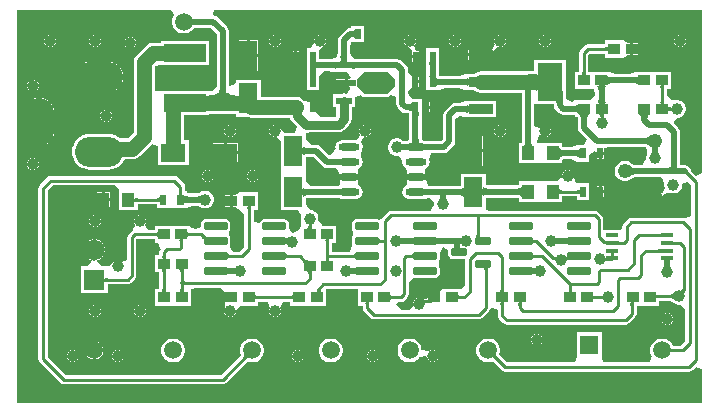
<source format=gbr>
%TF.GenerationSoftware,Altium Limited,Altium Designer,24.9.1 (31)*%
G04 Layer_Physical_Order=1*
G04 Layer_Color=255*
%FSLAX45Y45*%
%MOMM*%
%TF.SameCoordinates,1ED834A1-E46C-4F5A-A45D-C8FB9AE456DD*%
%TF.FilePolarity,Positive*%
%TF.FileFunction,Copper,L1,Top,Signal*%
%TF.Part,Single*%
G01*
G75*
%TA.AperFunction,SMDPad,CuDef*%
%ADD10R,1.00000X0.95000*%
%ADD11C,1.50000*%
%ADD12R,1.60000X2.60000*%
%ADD13R,1.10000X1.20000*%
G04:AMPARAMS|DCode=14|XSize=1.97mm|YSize=0.6mm|CornerRadius=0.075mm|HoleSize=0mm|Usage=FLASHONLY|Rotation=0.000|XOffset=0mm|YOffset=0mm|HoleType=Round|Shape=RoundedRectangle|*
%AMROUNDEDRECTD14*
21,1,1.97000,0.45000,0,0,0.0*
21,1,1.82000,0.60000,0,0,0.0*
1,1,0.15000,0.91000,-0.22500*
1,1,0.15000,-0.91000,-0.22500*
1,1,0.15000,-0.91000,0.22500*
1,1,0.15000,0.91000,0.22500*
%
%ADD14ROUNDEDRECTD14*%
%ADD15O,1.80000X0.60000*%
%ADD16R,2.10000X1.55000*%
%ADD17R,1.60000X2.50000*%
%ADD18R,0.55000X0.90000*%
%ADD19R,1.40000X0.60000*%
%ADD20R,1.80000X0.60000*%
%ADD21R,1.10000X0.35000*%
%ADD22R,2.15000X3.25000*%
%ADD23R,2.15000X0.90000*%
G04:AMPARAMS|DCode=24|XSize=1.32mm|YSize=0.6mm|CornerRadius=0.075mm|HoleSize=0mm|Usage=FLASHONLY|Rotation=180.000|XOffset=0mm|YOffset=0mm|HoleType=Round|Shape=RoundedRectangle|*
%AMROUNDEDRECTD24*
21,1,1.32000,0.45000,0,0,180.0*
21,1,1.17000,0.60000,0,0,180.0*
1,1,0.15000,-0.58500,0.22500*
1,1,0.15000,0.58500,0.22500*
1,1,0.15000,0.58500,-0.22500*
1,1,0.15000,-0.58500,-0.22500*
%
%ADD24ROUNDEDRECTD24*%
%ADD25R,3.55600X1.52400*%
%TA.AperFunction,Conductor*%
%ADD26C,0.25400*%
%ADD27C,0.50800*%
%ADD28C,1.27000*%
%ADD29C,0.76200*%
%TA.AperFunction,ComponentPad*%
%ADD30O,4.06400X2.54000*%
%ADD31O,2.54000X4.06400*%
%ADD32R,1.60000X1.60000*%
%ADD33C,1.22200*%
%ADD34R,1.22200X1.22200*%
%ADD35C,1.81500*%
%ADD36R,1.81500X1.81500*%
%TA.AperFunction,ViaPad*%
%ADD37C,1.00000*%
%ADD38C,1.00000*%
G36*
X2895457Y3129021D02*
X2895100Y3130920D01*
X2894029Y3132619D01*
X2892244Y3134118D01*
X2889745Y3135418D01*
X2886532Y3136517D01*
X2882606Y3137416D01*
X2877965Y3138116D01*
X2872610Y3138616D01*
X2859758Y3139016D01*
Y3189816D01*
X2866541Y3189915D01*
X2877965Y3190715D01*
X2882606Y3191415D01*
X2886532Y3192314D01*
X2889745Y3193413D01*
X2892244Y3194713D01*
X2894029Y3196212D01*
X2895100Y3197911D01*
X2895457Y3199810D01*
Y3129021D01*
D02*
G37*
G36*
X5044528Y3012673D02*
X5044274Y3015086D01*
X5043512Y3017245D01*
X5042242Y3019150D01*
X5040464Y3020801D01*
X5038178Y3022198D01*
X5035384Y3023341D01*
X5032082Y3024230D01*
X5028272Y3024865D01*
X5023954Y3025246D01*
X5019128Y3025373D01*
Y3050773D01*
X5023954Y3050900D01*
X5028272Y3051281D01*
X5032082Y3051916D01*
X5035384Y3052805D01*
X5038178Y3053948D01*
X5040464Y3055345D01*
X5042242Y3056996D01*
X5043512Y3058901D01*
X5044274Y3061060D01*
X5044528Y3063473D01*
Y3012673D01*
D02*
G37*
G36*
X5836153Y1984494D02*
X5786154Y1963783D01*
X5743515Y2006422D01*
X5740353Y2022321D01*
X5729125Y2039125D01*
X5712321Y2050353D01*
X5692500Y2054295D01*
X5651795D01*
Y2335000D01*
X5647853Y2354822D01*
X5636625Y2371625D01*
X5600083Y2408167D01*
X5610881Y2438922D01*
X5623480Y2455480D01*
X5636547D01*
X5655724Y2460618D01*
X5672917Y2470544D01*
X5686955Y2484583D01*
X5696882Y2501776D01*
X5702020Y2520953D01*
Y2540806D01*
X5696882Y2559983D01*
X5686955Y2577176D01*
X5672917Y2591215D01*
X5655724Y2601141D01*
X5636547Y2606280D01*
X5623666D01*
X5616694Y2606280D01*
X5582425Y2604240D01*
X5538148Y2637380D01*
Y2699781D01*
X5574702D01*
Y2845582D01*
X5323901D01*
X5300575Y2845582D01*
X5299606Y2845775D01*
X5273902Y2845582D01*
X5224712Y2824477D01*
X5111125D01*
X5061936Y2845582D01*
X5036231Y2845775D01*
X5035262Y2845582D01*
X5011936Y2845582D01*
X4875382D01*
Y2990445D01*
X4884164Y2999226D01*
X5018823D01*
Y2965173D01*
X5154744D01*
X5169623Y2965173D01*
X5209102Y2990573D01*
X5219623Y2990573D01*
X5231523D01*
Y3038073D01*
Y3085573D01*
X5209102Y3085573D01*
X5169623Y3110973D01*
X5154744Y3110973D01*
X5018823D01*
Y3076919D01*
X4868073D01*
X4853207Y3073962D01*
X4840604Y3065541D01*
X4809067Y3034004D01*
X4800646Y3021402D01*
X4797689Y3006536D01*
Y2845582D01*
X4761136D01*
Y2699781D01*
X4927139D01*
X4933195Y2649782D01*
X4891451Y2603780D01*
X4813676D01*
X4790350Y2603780D01*
X4789381Y2603973D01*
X4763676Y2603780D01*
X4733934Y2591019D01*
X4683934Y2617509D01*
Y2676461D01*
X4682939Y2681466D01*
Y2946462D01*
X4417139D01*
Y2851116D01*
X4380432Y2848229D01*
X3964039D01*
X3940831Y2845173D01*
X3919205Y2836216D01*
X3909751Y2828962D01*
X3907641D01*
X3901539Y2830175D01*
X3895436Y2828962D01*
X3857812Y2828962D01*
X3856843Y2829155D01*
X3831139Y2828962D01*
X3781805Y2810357D01*
X3621237D01*
X3618771Y2810522D01*
X3612884Y2811268D01*
X3609470Y2811966D01*
Y2828962D01*
X3608902D01*
X3608635Y2837867D01*
Y2903144D01*
X3610011D01*
X3610204Y2928850D01*
X3610010Y2929818D01*
X3610010Y2953145D01*
Y3043945D01*
X3504210D01*
Y2953145D01*
X3504210Y2929818D01*
X3504017Y2928850D01*
X3504210Y2903145D01*
X3504615Y2878962D01*
X3503669Y2828962D01*
X3503476Y2803257D01*
X3503670Y2802288D01*
X3503670Y2778962D01*
Y2688162D01*
X3559470D01*
X3582796Y2688162D01*
X3583765Y2687968D01*
X3609470Y2688162D01*
X3658803Y2706766D01*
X3781805D01*
X3831138Y2688162D01*
X3856843Y2687968D01*
X3857812Y2688162D01*
X3881139Y2688162D01*
X3909751D01*
X3919205Y2680908D01*
X3940831Y2671950D01*
X3964039Y2668895D01*
X4314054D01*
Y2254159D01*
X4313721Y2250368D01*
X4312820Y2244927D01*
X4311786Y2241063D01*
X4311524Y2240418D01*
X4285449D01*
Y2069618D01*
X4445449D01*
X4446249Y2069618D01*
X4495449D01*
X4496249Y2069618D01*
X4656249D01*
Y2100607D01*
X4657135Y2100970D01*
X4660943Y2101995D01*
X4666330Y2102893D01*
X4670071Y2103223D01*
X4729182D01*
X4778516Y2084618D01*
X4804221Y2084425D01*
X4805190Y2084618D01*
X4828516Y2084618D01*
X4884316D01*
Y2136004D01*
X4934316Y2172187D01*
X4943435Y2169186D01*
X4944883Y2167718D01*
X4976416D01*
X5003916D01*
X5003916Y2200018D01*
X5050954Y2207169D01*
X5354995D01*
X5355228Y2207148D01*
X5358658Y2206615D01*
X5360562Y2203387D01*
X5369729Y2184123D01*
X5372335Y2176340D01*
X5372869Y2174111D01*
X5375017Y2160497D01*
X5369418Y2144777D01*
X5368060Y2142425D01*
X5362922Y2123249D01*
Y2103396D01*
X5337110Y2061328D01*
X5327602Y2054295D01*
X5269410D01*
X5269055Y2054328D01*
X5265331Y2054931D01*
X5262038Y2055722D01*
X5259160Y2056666D01*
X5256647Y2057740D01*
X5254448Y2058930D01*
X5252501Y2060237D01*
X5250734Y2061693D01*
X5248217Y2064219D01*
X5246412Y2065430D01*
X5237661Y2074181D01*
X5217936Y2085569D01*
X5195936Y2091464D01*
X5173161D01*
X5151161Y2085569D01*
X5131436Y2074181D01*
X5115331Y2058076D01*
X5103943Y2038352D01*
X5098048Y2016352D01*
Y1993576D01*
X5103943Y1971576D01*
X5115331Y1951852D01*
X5131436Y1935747D01*
X5151161Y1924359D01*
X5173161Y1918464D01*
X5195936D01*
X5217936Y1924359D01*
X5237661Y1935747D01*
X5242023Y1940109D01*
X5243313Y1940838D01*
X5246110Y1943245D01*
X5248192Y1944735D01*
X5250480Y1946086D01*
X5253024Y1947308D01*
X5255867Y1948396D01*
X5259050Y1949339D01*
X5262601Y1950114D01*
X5266540Y1950699D01*
X5266613Y1950705D01*
X5485248D01*
X5495550Y1942461D01*
X5519809Y1900705D01*
X5519600Y1899927D01*
Y1883143D01*
X5519600Y1880073D01*
X5523682Y1864342D01*
X5518903Y1845669D01*
X5504807Y1818099D01*
X5503957Y1817370D01*
X5464907Y1812064D01*
X5451328Y1812064D01*
X5451248D01*
Y1763664D01*
X5499649D01*
Y1764075D01*
X5499648Y1764079D01*
X5499649Y1777396D01*
X5505279Y1798470D01*
X5539778Y1822280D01*
X5562018Y1820524D01*
X5565897Y1819738D01*
X5573301Y1817755D01*
X5585073Y1814600D01*
X5604927D01*
X5624103Y1819738D01*
X5641297Y1829665D01*
X5655335Y1843703D01*
X5665262Y1860897D01*
X5670400Y1880073D01*
Y1890294D01*
X5714182Y1913963D01*
X5746154Y1888819D01*
Y1622720D01*
X5696154Y1605029D01*
X5694866Y1605889D01*
X5680001Y1608846D01*
X5240000D01*
X5225134Y1605889D01*
X5212531Y1597468D01*
X5175031Y1559968D01*
X5166610Y1547366D01*
X5166410Y1546360D01*
X5152211Y1502241D01*
X5001347D01*
Y1595000D01*
X4998390Y1609866D01*
X4989969Y1622469D01*
X4954969Y1657469D01*
X4942366Y1665889D01*
X4927500Y1668847D01*
X4054825D01*
X4007387Y1675033D01*
Y1776018D01*
X4008031Y1776280D01*
X4011896Y1777314D01*
X4017338Y1778215D01*
X4021129Y1778548D01*
X4271627D01*
X4275368Y1778218D01*
X4280755Y1777320D01*
X4284564Y1776295D01*
X4285449Y1775932D01*
Y1744943D01*
X4445449D01*
X4446249Y1744943D01*
X4495449D01*
X4496249Y1744943D01*
X4656249D01*
Y1791497D01*
X4779056D01*
Y1758523D01*
X4884856D01*
Y1899323D01*
X4779056D01*
Y1899323D01*
X4777657Y1899447D01*
X4771179Y1905367D01*
X4750339Y1948220D01*
X4645910D01*
X4609474Y1915743D01*
X4496249D01*
X4495449Y1915743D01*
X4446249D01*
X4445449Y1915743D01*
X4285449D01*
Y1884754D01*
X4284563Y1884391D01*
X4280755Y1883366D01*
X4275368Y1882468D01*
X4271627Y1882138D01*
X4021128D01*
X4017337Y1882471D01*
X4011896Y1883372D01*
X4008032Y1884406D01*
X4007387Y1884669D01*
Y1975833D01*
X3796587D01*
Y1879844D01*
X3795702Y1879482D01*
X3791893Y1878456D01*
X3786506Y1877559D01*
X3782765Y1877228D01*
X3529989D01*
X3520840Y1887325D01*
X3496629Y1930804D01*
X3496629Y1930805D01*
X3502595Y1939733D01*
X3415000D01*
X3327404D01*
X3333370Y1930805D01*
X3333370Y1930804D01*
X3335918Y1929102D01*
X3336589Y1896791D01*
X3331603Y1876429D01*
X3315058Y1865374D01*
X3302814Y1847049D01*
X3298514Y1825433D01*
X3302814Y1803817D01*
X3315058Y1785492D01*
X3333384Y1773248D01*
X3355000Y1768948D01*
X3474999D01*
X3487157Y1771366D01*
X3524942Y1773638D01*
X3530718D01*
X3532110Y1773020D01*
X3569600Y1734926D01*
Y1715074D01*
X3541059Y1674266D01*
X3532621Y1668847D01*
X3202500D01*
X3187634Y1665889D01*
X3175031Y1657469D01*
X3127531Y1609969D01*
X3119111Y1597366D01*
X3101391Y1591334D01*
X3088554Y1593887D01*
X2906555D01*
X2893718Y1591334D01*
X2882835Y1584062D01*
X2875563Y1573179D01*
X2873010Y1560343D01*
Y1515343D01*
X2875563Y1502506D01*
X2882835Y1487217D01*
Y1461469D01*
X2875563Y1446179D01*
X2873010Y1433343D01*
Y1388343D01*
X2875563Y1375506D01*
X2877236Y1371990D01*
X2868324Y1342285D01*
X2855596Y1322689D01*
X2703854D01*
Y1395570D01*
X2740408D01*
Y1541370D01*
X2625962D01*
X2616600Y1548161D01*
X2590408Y1590066D01*
Y1609919D01*
X2585269Y1629096D01*
X2575343Y1646289D01*
X2561304Y1660328D01*
X2544111Y1670254D01*
X2531487Y1673637D01*
X2524934Y1675393D01*
X2498960Y1687519D01*
X2482065Y1720989D01*
Y1771108D01*
X2482710Y1771370D01*
X2486574Y1772404D01*
X2492016Y1773306D01*
X2495807Y1773638D01*
X2749233D01*
X2761854Y1773283D01*
X2770505Y1772556D01*
X2772795Y1772236D01*
X2773627Y1772067D01*
X2774440Y1771810D01*
X2777075Y1771519D01*
X2790000Y1768948D01*
X2910000D01*
X2931615Y1773248D01*
X2949941Y1785492D01*
X2962185Y1803817D01*
X2966485Y1825433D01*
X2962185Y1847049D01*
X2949941Y1865374D01*
X2933396Y1876429D01*
X2928410Y1896791D01*
X2929081Y1929102D01*
X2931629Y1930804D01*
X2931629Y1930805D01*
X2937595Y1939733D01*
X2850000D01*
X2762404D01*
X2768370Y1930805D01*
X2768370Y1930804D01*
X2770819Y1929168D01*
X2769569Y1897644D01*
X2763313Y1878627D01*
X2740057Y1877228D01*
X2531017D01*
X2482065Y1921537D01*
Y1975033D01*
X2482065Y1975833D01*
Y2025033D01*
X2482065Y2025833D01*
Y2121108D01*
X2482710Y2121370D01*
X2486574Y2122404D01*
X2492016Y2123305D01*
X2495807Y2123638D01*
X2548113D01*
X2628942Y2042808D01*
X2645746Y2031581D01*
X2665567Y2027638D01*
X2735011D01*
X2744159Y2017542D01*
X2768370Y1974062D01*
X2768370Y1974061D01*
X2762404Y1965133D01*
X2850000D01*
X2937595D01*
X2931629Y1974061D01*
X2931629Y1974063D01*
X2929081Y1975764D01*
X2928410Y2008075D01*
X2933396Y2028438D01*
X2949941Y2039492D01*
X2962185Y2057817D01*
X2966485Y2079433D01*
X2962185Y2101049D01*
X2955001Y2111801D01*
X2949941Y2120986D01*
Y2164881D01*
X2955001Y2174066D01*
X2962185Y2184817D01*
X2966485Y2206433D01*
X2963024Y2223830D01*
X2962185Y2228049D01*
X2961609Y2228936D01*
X2955500Y2239666D01*
X2953449Y2252907D01*
X2968155Y2284035D01*
X2980506Y2290130D01*
X2994446Y2291919D01*
X2996330Y2292700D01*
X3012823Y2299532D01*
X3026888Y2313597D01*
X3033359Y2329220D01*
X2935641D01*
X2941183Y2315839D01*
X2934251Y2286662D01*
X2908288Y2263069D01*
X2904518Y2262919D01*
X2900895Y2262919D01*
X2790000D01*
X2768384Y2258619D01*
X2750059Y2246374D01*
X2737814Y2228049D01*
X2733514Y2206433D01*
X2735185Y2198037D01*
X2707112Y2149741D01*
X2706063Y2148542D01*
X2677108Y2143790D01*
X2673749Y2144500D01*
X2606192Y2212058D01*
X2589388Y2223286D01*
X2569567Y2227228D01*
X2531017D01*
X2482065Y2271536D01*
Y2282937D01*
X2482440Y2325888D01*
X2529198Y2332756D01*
X2760000D01*
X2784776Y2337684D01*
X2805781Y2351719D01*
X2851106Y2397043D01*
X2865140Y2418048D01*
X2870069Y2442824D01*
Y2544972D01*
X2900724D01*
Y2627637D01*
X2950724Y2648348D01*
X2962012Y2637060D01*
X2970414Y2631446D01*
X2980324Y2629475D01*
X3170325D01*
X3180235Y2631446D01*
X3188637Y2637060D01*
X3202011Y2650434D01*
X3248205Y2631300D01*
Y2574758D01*
X3252147Y2554937D01*
X3263375Y2538133D01*
X3293133Y2508376D01*
X3293133Y2508375D01*
X3309937Y2497147D01*
X3329758Y2493205D01*
X3346902D01*
X3349368Y2493039D01*
X3355256Y2492294D01*
X3358670Y2491596D01*
Y2474600D01*
X3359369D01*
X3359774Y2463132D01*
Y2275831D01*
X3359442Y2272040D01*
X3358540Y2266598D01*
X3357555Y2262919D01*
X3355000D01*
X3342842Y2260500D01*
X3308214Y2258418D01*
X3299863Y2266768D01*
X3282670Y2276695D01*
X3263493Y2281833D01*
X3243640D01*
X3224463Y2276695D01*
X3207270Y2266768D01*
X3193232Y2252730D01*
X3183305Y2235537D01*
X3178167Y2216360D01*
Y2196507D01*
X3183305Y2177330D01*
X3193232Y2160137D01*
X3207270Y2146098D01*
X3224463Y2136171D01*
X3243640Y2131033D01*
X3263493D01*
X3278467Y2119615D01*
X3300980Y2092073D01*
X3301013Y2091994D01*
X3298514Y2079433D01*
X3302814Y2057817D01*
X3315058Y2039492D01*
X3331603Y2028438D01*
X3336589Y2008075D01*
X3335918Y1975764D01*
X3333370Y1974062D01*
X3333370Y1974061D01*
X3327404Y1965133D01*
X3415000D01*
X3502595D01*
X3496629Y1974061D01*
X3496629Y1974063D01*
X3494081Y1975764D01*
X3493410Y2008075D01*
X3498396Y2028438D01*
X3514941Y2039492D01*
X3527185Y2057817D01*
X3531485Y2079433D01*
X3527185Y2101049D01*
X3524851Y2104542D01*
X3524852Y2105028D01*
X3543959Y2151358D01*
X3546935Y2154638D01*
X3648933D01*
X3668754Y2158581D01*
X3685558Y2169808D01*
X3734125Y2218376D01*
X3745353Y2235179D01*
X3749295Y2255000D01*
Y2444925D01*
X3791871Y2473970D01*
X3831138Y2459161D01*
X3856843Y2458968D01*
X3857812Y2459161D01*
X3881139Y2459162D01*
X4096938D01*
Y2599962D01*
X3881139D01*
X3857812Y2599962D01*
X3856843Y2600155D01*
X3831139Y2599962D01*
X3781805Y2581357D01*
X3749561D01*
X3729740Y2577414D01*
X3712937Y2566186D01*
X3660875Y2514125D01*
X3649648Y2497321D01*
X3645705Y2477500D01*
Y2276455D01*
X3627479Y2258228D01*
X3515766D01*
X3503146Y2258583D01*
X3494494Y2259310D01*
X3492204Y2259631D01*
X3491372Y2259800D01*
X3490559Y2260057D01*
X3487924Y2260348D01*
X3474999Y2262919D01*
X3465584D01*
X3464599Y2266598D01*
X3463697Y2272040D01*
X3463365Y2275831D01*
Y2474600D01*
X3464470D01*
X3464663Y2500305D01*
X3464470Y2501273D01*
X3464469Y2524600D01*
Y2615400D01*
X3385344D01*
X3384374Y2615593D01*
X3353985Y2647534D01*
X3351795Y2662552D01*
Y2676930D01*
X3384070Y2713562D01*
X3398870Y2713562D01*
Y2758562D01*
Y2803562D01*
X3384070D01*
X3351795Y2840193D01*
Y2857500D01*
X3347853Y2877321D01*
X3336625Y2894125D01*
X3293753Y2936997D01*
X3276949Y2948225D01*
X3257128Y2952167D01*
X2950720D01*
X2900725Y2955773D01*
X2863028Y2985476D01*
X2857120Y3000016D01*
Y3049122D01*
X2869448Y3094016D01*
X2975247D01*
Y3234815D01*
X2869448D01*
Y3216211D01*
X2859758D01*
X2839937Y3212268D01*
X2823134Y3201040D01*
X2823133Y3201040D01*
X2768700Y3146607D01*
X2757472Y3129803D01*
X2753529Y3109982D01*
Y3000252D01*
X2748928Y2993365D01*
X2744985Y2973544D01*
X2700574Y2952365D01*
X2698258Y2952167D01*
X2597685D01*
Y3007726D01*
X2607228Y3035696D01*
X2631823Y3061532D01*
X2637888Y3067597D01*
X2645888Y3075597D01*
X2652359Y3091220D01*
X2552092D01*
X2530040Y3048935D01*
X2524223Y3043944D01*
X2491886D01*
Y2953144D01*
X2491885Y2929816D01*
X2491692Y2928849D01*
X2491885Y2903144D01*
X2491885D01*
X2492990Y2902039D01*
Y2828962D01*
X2491885D01*
X2491692Y2803257D01*
X2491885Y2802289D01*
X2491886Y2778962D01*
Y2688162D01*
X2597685D01*
Y2802288D01*
X2597878Y2803257D01*
Y2803258D01*
X2598274Y2804866D01*
X2617739Y2837687D01*
X2643638Y2848577D01*
X2659929D01*
X2709924Y2844972D01*
X2735630Y2844779D01*
X2736598Y2844972D01*
X2759925Y2844972D01*
X2834077D01*
X2865191Y2794972D01*
X2864134Y2792826D01*
X2848257Y2780372D01*
X2838024D01*
Y2750372D01*
Y2720372D01*
X2848257D01*
X2853196Y2716987D01*
X2855150Y2695775D01*
X2843315Y2669956D01*
X2829122Y2660383D01*
X2805325Y2665116D01*
X2780548Y2660188D01*
X2773939Y2655772D01*
X2709925D01*
Y2544972D01*
X2740580D01*
Y2469642D01*
X2733182Y2462244D01*
X2601304D01*
X2571745Y2500000D01*
X2571745Y2512244D01*
Y2532300D01*
X2544245D01*
Y2545000D01*
X2531545D01*
Y2590000D01*
X2530950D01*
X2516746Y2590000D01*
X2470260Y2598486D01*
X2462650Y2608404D01*
X2444079Y2622654D01*
X2422453Y2631612D01*
X2399245Y2634667D01*
X2101789D01*
Y2775280D01*
X1890989D01*
Y2755973D01*
X1882750Y2743206D01*
X1840989Y2722230D01*
X1837715Y2724267D01*
X1832138Y2732088D01*
X1831795Y2737372D01*
Y3190000D01*
X1827853Y3209821D01*
X1816625Y3226625D01*
X1736625Y3306625D01*
X1719821Y3317853D01*
X1700000Y3321795D01*
X1701550Y3371153D01*
X5836153D01*
Y1984494D01*
D02*
G37*
G36*
X2830820Y2958305D02*
X2831583Y2947029D01*
X2832250Y2942448D01*
X2833108Y2938572D01*
X2834156Y2935401D01*
X2835396Y2932934D01*
X2836825Y2931172D01*
X2838446Y2930115D01*
X2840257Y2929762D01*
X2770392D01*
X2772203Y2930115D01*
X2773824Y2931172D01*
X2775254Y2932934D01*
X2776493Y2935401D01*
X2777541Y2938572D01*
X2778399Y2942448D01*
X2779067Y2947029D01*
X2779543Y2952314D01*
X2779925Y2965000D01*
X2830725D01*
X2830820Y2958305D01*
D02*
G37*
G36*
X2571639Y2928535D02*
X2571334Y2927595D01*
X2571065Y2926027D01*
X2570832Y2923833D01*
X2570347Y2913488D01*
X2570185Y2897500D01*
X2519385D01*
X2519367Y2903456D01*
X2517931Y2928535D01*
X2517590Y2928849D01*
X2571980D01*
X2571639Y2928535D01*
D02*
G37*
G36*
X3583913Y2928342D02*
X3583562Y2926818D01*
X3583252Y2924278D01*
X3582756Y2916150D01*
X3582240Y2878050D01*
X3531440D01*
X3529915Y2928850D01*
X3584305D01*
X3583913Y2928342D01*
D02*
G37*
G36*
X2875528Y2929251D02*
X2877052Y2928521D01*
X2879592Y2927877D01*
X2883148Y2927319D01*
X2887720Y2926846D01*
X2907532Y2925944D01*
X2925820Y2925772D01*
Y2874972D01*
X2916168Y2874929D01*
X2877052Y2872223D01*
X2875528Y2871493D01*
X2875020Y2870677D01*
Y2930067D01*
X2875528Y2929251D01*
D02*
G37*
G36*
X2735630Y2870677D02*
X2735122Y2871493D01*
X2733598Y2872223D01*
X2731058Y2872868D01*
X2727502Y2873426D01*
X2722930Y2873898D01*
X2703118Y2874800D01*
X2684830Y2874972D01*
Y2925772D01*
X2694482Y2925815D01*
X2733598Y2928521D01*
X2735122Y2929251D01*
X2735630Y2930067D01*
Y2870677D01*
D02*
G37*
G36*
X4849363Y2840393D02*
X4849744Y2836023D01*
X4850379Y2832167D01*
X4851268Y2828826D01*
X4852411Y2825998D01*
X4853808Y2823685D01*
X4855459Y2821885D01*
X4857364Y2820600D01*
X4859523Y2819829D01*
X4861936Y2819572D01*
X4811136D01*
X4813549Y2819829D01*
X4815708Y2820600D01*
X4817613Y2821885D01*
X4819264Y2823685D01*
X4820661Y2825998D01*
X4821804Y2828826D01*
X4822693Y2832167D01*
X4823328Y2836023D01*
X4823709Y2840393D01*
X4823836Y2845277D01*
X4849236D01*
X4849363Y2840393D01*
D02*
G37*
G36*
X2571980Y2803257D02*
X2517590D01*
X2517931Y2803765D01*
X2518237Y2805289D01*
X2518506Y2807829D01*
X2518937Y2815957D01*
X2519385Y2854057D01*
X2570185D01*
X2571980Y2803257D01*
D02*
G37*
G36*
X3583765Y2803257D02*
X3529375D01*
X3529767Y2803765D01*
X3530118Y2805289D01*
X3530428Y2807829D01*
X3530924Y2815957D01*
X3531440Y2854057D01*
X3582240D01*
X3583765Y2803257D01*
D02*
G37*
G36*
X5299606Y2725486D02*
X5299098Y2729628D01*
X5297574Y2733333D01*
X5295034Y2736602D01*
X5291478Y2739435D01*
X5286906Y2741833D01*
X5281318Y2743794D01*
X5274714Y2745320D01*
X5267094Y2746410D01*
X5258458Y2747064D01*
X5248806Y2747282D01*
Y2798082D01*
X5258458Y2798299D01*
X5267094Y2798953D01*
X5274714Y2800043D01*
X5281318Y2801569D01*
X5286906Y2803530D01*
X5291478Y2805928D01*
X5295034Y2808761D01*
X5297574Y2812030D01*
X5299098Y2815736D01*
X5299606Y2819877D01*
Y2725486D01*
D02*
G37*
G36*
X5036739Y2815736D02*
X5038263Y2812030D01*
X5040803Y2808761D01*
X5044359Y2805928D01*
X5048931Y2803530D01*
X5054519Y2801569D01*
X5061123Y2800043D01*
X5068743Y2798953D01*
X5077379Y2798299D01*
X5087031Y2798082D01*
Y2747282D01*
X5077379Y2747064D01*
X5068743Y2746410D01*
X5061123Y2745320D01*
X5054519Y2743794D01*
X5048931Y2741833D01*
X5044359Y2739435D01*
X5040803Y2736602D01*
X5038263Y2733333D01*
X5036739Y2729628D01*
X5036231Y2725486D01*
Y2819877D01*
X5036739Y2815736D01*
D02*
G37*
G36*
X3856843Y2713867D02*
X3856335Y2717533D01*
X3854811Y2720813D01*
X3852271Y2723707D01*
X3848715Y2726216D01*
X3844143Y2728338D01*
X3838555Y2730075D01*
X3831951Y2731425D01*
X3824331Y2732390D01*
X3815695Y2732969D01*
X3806043Y2733162D01*
Y2783962D01*
X3815695Y2784155D01*
X3831951Y2785698D01*
X3838555Y2787049D01*
X3844143Y2788785D01*
X3848715Y2790908D01*
X3852271Y2793416D01*
X3854811Y2796311D01*
X3856335Y2799591D01*
X3856843Y2803257D01*
Y2713867D01*
D02*
G37*
G36*
X3584273Y2799591D02*
X3585797Y2796311D01*
X3588337Y2793416D01*
X3591893Y2790908D01*
X3596465Y2788785D01*
X3602053Y2787049D01*
X3608657Y2785698D01*
X3616277Y2784734D01*
X3624913Y2784155D01*
X3634565Y2783962D01*
Y2733162D01*
X3624913Y2732969D01*
X3608657Y2731425D01*
X3602053Y2730075D01*
X3596465Y2728338D01*
X3591893Y2726216D01*
X3588337Y2723707D01*
X3585797Y2720813D01*
X3584273Y2717533D01*
X3583765Y2713867D01*
Y2803257D01*
X3584273Y2799591D01*
D02*
G37*
G36*
X5522289Y2725534D02*
X5520130Y2724763D01*
X5518225Y2723478D01*
X5516574Y2721678D01*
X5515177Y2719365D01*
X5514034Y2716537D01*
X5513145Y2713196D01*
X5512510Y2709340D01*
X5512129Y2704970D01*
X5512002Y2700086D01*
X5486602D01*
X5486475Y2704970D01*
X5486094Y2709340D01*
X5485459Y2713196D01*
X5484570Y2716537D01*
X5483427Y2719365D01*
X5482030Y2721678D01*
X5480379Y2723478D01*
X5478474Y2724763D01*
X5476315Y2725534D01*
X5473902Y2725791D01*
X5524702D01*
X5522289Y2725534D01*
D02*
G37*
G36*
X4443148Y2680718D02*
X4442367Y2683443D01*
X4440022Y2685882D01*
X4436115Y2688033D01*
X4430645Y2689898D01*
X4423611Y2691476D01*
X4415015Y2692767D01*
X4393133Y2694488D01*
X4365000Y2695062D01*
Y2758562D01*
Y2822062D01*
X4379848Y2822205D01*
X4423611Y2825648D01*
X4430645Y2827225D01*
X4436115Y2829090D01*
X4440022Y2831241D01*
X4442367Y2833680D01*
X4443148Y2836405D01*
Y2680718D01*
D02*
G37*
G36*
X1351165Y3355063D02*
X1363601Y3321153D01*
X1356442Y3308753D01*
X1349600Y3283218D01*
Y3256782D01*
X1356442Y3231247D01*
X1369660Y3208353D01*
X1388353Y3189660D01*
X1411247Y3176442D01*
X1436782Y3169600D01*
X1463218D01*
X1488753Y3176442D01*
X1511647Y3189660D01*
X1530340Y3208353D01*
X1536028Y3218205D01*
X1678546D01*
X1728205Y3168546D01*
Y2733919D01*
X1727728Y2721639D01*
X1686279Y2679652D01*
X1660700Y2680740D01*
Y2680740D01*
X1254667D01*
X1254300Y2680740D01*
X1204667Y2681626D01*
Y2887743D01*
X1207318Y2890394D01*
X1254300Y2897679D01*
Y2897680D01*
X1660700D01*
Y3100880D01*
X1254300D01*
Y3088947D01*
X1189395D01*
X1166188Y3085891D01*
X1144562Y3076934D01*
X1125991Y3062684D01*
X1051596Y2988289D01*
X1037346Y2969718D01*
X1028388Y2948092D01*
X1025333Y2924885D01*
Y2332142D01*
X974659Y2281467D01*
X911560D01*
X895279Y2294829D01*
X868803Y2308981D01*
X840076Y2317695D01*
X810200Y2320637D01*
X657800D01*
X627924Y2317695D01*
X599197Y2308981D01*
X572721Y2294829D01*
X549516Y2275785D01*
X530471Y2252579D01*
X516320Y2226103D01*
X507605Y2197376D01*
X504663Y2167500D01*
X507605Y2137624D01*
X516320Y2108897D01*
X530471Y2082422D01*
X549516Y2059216D01*
X572721Y2040171D01*
X599197Y2026020D01*
X627924Y2017305D01*
X657800Y2014363D01*
X810200D01*
X840076Y2017305D01*
X868803Y2026020D01*
X895279Y2040171D01*
X918485Y2059216D01*
X937529Y2082422D01*
X948065Y2102133D01*
X1011800D01*
X1035008Y2105189D01*
X1056634Y2114146D01*
X1075204Y2128396D01*
X1178404Y2231596D01*
X1181440Y2235553D01*
X1231440Y2218580D01*
Y2057693D01*
X1492240D01*
Y2263493D01*
X1451507D01*
Y2477540D01*
X1660700D01*
Y2489473D01*
X1890989D01*
Y2464480D01*
X1984585D01*
X1999292Y2458388D01*
X2022500Y2455333D01*
X2348049D01*
X2350030Y2445378D01*
X2364064Y2424374D01*
X2412605Y2375833D01*
X2391894Y2325833D01*
X2319956D01*
X2309815Y2327145D01*
X2272500Y2351866D01*
X2264889Y2370241D01*
X2264888Y2370243D01*
X2262803Y2372328D01*
X2250823Y2384308D01*
X2235200Y2390779D01*
Y2341920D01*
Y2289275D01*
X2271265Y2254646D01*
Y2025833D01*
X2271265Y2025033D01*
Y1975833D01*
X2271265Y1975033D01*
Y1675033D01*
X2416251D01*
X2443140Y1631684D01*
X2443657Y1625033D01*
X2439608Y1609919D01*
X2439607Y1541370D01*
X2424770Y1502367D01*
X2378045Y1483663D01*
X2348971Y1507302D01*
X2339080Y1529039D01*
Y1560343D01*
X2336526Y1573179D01*
X2329255Y1584062D01*
X2318372Y1591334D01*
X2305535Y1593887D01*
X2123536D01*
X2110699Y1591334D01*
X2099816Y1584062D01*
X2092544Y1573179D01*
X2091151Y1566174D01*
X2041151Y1571099D01*
Y1677362D01*
X2077704D01*
Y1823162D01*
X1941783D01*
X1926904Y1823163D01*
X1887426Y1797763D01*
X1876904Y1797762D01*
X1865004D01*
Y1750262D01*
Y1702762D01*
X1887426Y1702762D01*
X1926904Y1677362D01*
X1963458Y1636340D01*
Y1360895D01*
X1925252Y1322689D01*
X1862494D01*
X1849765Y1342285D01*
X1841781Y1368902D01*
X1842260Y1373149D01*
X1843168Y1378732D01*
X1845080Y1388343D01*
Y1433343D01*
X1842526Y1446179D01*
X1835255Y1461469D01*
Y1487217D01*
X1842526Y1502506D01*
X1845080Y1515343D01*
Y1560343D01*
X1842526Y1573179D01*
X1835255Y1584062D01*
X1824372Y1591334D01*
X1811535Y1593887D01*
X1629535D01*
X1616699Y1591334D01*
X1605816Y1584062D01*
X1598544Y1573179D01*
X1595991Y1560343D01*
Y1554731D01*
X1595287Y1533657D01*
X1546301Y1512519D01*
X1505245Y1530388D01*
Y1541370D01*
X1204445D01*
Y1507317D01*
X1148319D01*
X1133932Y1531420D01*
X1124257Y1557317D01*
X1128359Y1567220D01*
X1030641D01*
X1034922Y1556883D01*
X1035069Y1549959D01*
X1033036Y1539570D01*
X1023752Y1512172D01*
X1017066Y1501661D01*
X1008502Y1495939D01*
X982531Y1469969D01*
X974111Y1457366D01*
X971154Y1442500D01*
Y1252805D01*
X968736Y1251251D01*
X921154Y1237477D01*
X917323Y1241308D01*
X901700Y1247779D01*
Y1198920D01*
X876300D01*
Y1247779D01*
X860677Y1241308D01*
X847486Y1228116D01*
X838286Y1221479D01*
X813186Y1204102D01*
X792807Y1200343D01*
X755042D01*
X718056Y1231761D01*
X718056Y1231762D01*
X718056D01*
X715610Y1250342D01*
X717741Y1250914D01*
X727868Y1253627D01*
X748562Y1265575D01*
X765458Y1282471D01*
X777406Y1303165D01*
X783388Y1325493D01*
X692840D01*
X602292D01*
X608275Y1303165D01*
X620222Y1282471D01*
X637118Y1265575D01*
X657812Y1253627D01*
X667939Y1250914D01*
X670070Y1250342D01*
X667624Y1231762D01*
X667625D01*
X667624Y1231761D01*
X630638Y1200343D01*
X576690D01*
Y968043D01*
X808990D01*
Y1045346D01*
X974193D01*
X989058Y1048303D01*
X1001661Y1056724D01*
X1037469Y1092531D01*
X1045889Y1105134D01*
X1048847Y1120000D01*
Y1426409D01*
X1052061Y1429624D01*
X1204445D01*
Y1395570D01*
X1232422D01*
X1252260Y1353047D01*
X1253725Y1345570D01*
X1246496Y1334751D01*
X1243539Y1319885D01*
Y1292747D01*
X1206985D01*
Y1146947D01*
X1243539D01*
Y1007592D01*
X1206985D01*
Y861792D01*
X1507785D01*
Y1007592D01*
X1554239Y1016153D01*
X1766371D01*
X1802304Y982192D01*
X1802304Y966153D01*
Y947392D01*
X1852304D01*
Y921992D01*
X1802304D01*
X1802304Y892433D01*
X1801491Y880668D01*
X1796380Y839646D01*
X1792641Y830620D01*
X1895583D01*
X1900319Y835333D01*
X1931567Y861792D01*
X1941783Y861792D01*
X2077704D01*
Y895846D01*
X2159263D01*
X2180112Y846242D01*
X2173641Y830620D01*
X2271359D01*
X2264888Y846242D01*
X2285737Y895846D01*
X2349363D01*
Y861792D01*
X2650163D01*
Y1006153D01*
X2921822D01*
Y861792D01*
X2966154D01*
Y842500D01*
X2969111Y827634D01*
X2977532Y815031D01*
X3031231Y761332D01*
X3043834Y752911D01*
X3058700Y749954D01*
X3946300D01*
X3961166Y752911D01*
X3973769Y761332D01*
X4032469Y820032D01*
X4036136Y825521D01*
X4055834Y847077D01*
X4066985Y846685D01*
X4106154Y828022D01*
Y780000D01*
X4109111Y765134D01*
X4117532Y752532D01*
X4155032Y715031D01*
X4167635Y706610D01*
X4182500Y703653D01*
X5190000D01*
X5204866Y706610D01*
X5217468Y715031D01*
X5271810Y769373D01*
X5280231Y781976D01*
X5283188Y796842D01*
Y861792D01*
X5474880D01*
Y906153D01*
X5566417D01*
X5567131Y906039D01*
X5568902Y905570D01*
X5570922Y904826D01*
X5573214Y903744D01*
X5575775Y902276D01*
X5578588Y900378D01*
X5581629Y898022D01*
X5584876Y895185D01*
X5588747Y891425D01*
X5590722Y890146D01*
X5596203Y884665D01*
X5613397Y874738D01*
X5632573Y869600D01*
X5652426D01*
X5691951Y837500D01*
X5695354Y831272D01*
Y562791D01*
X5656409Y523846D01*
X5594689D01*
X5593908Y523916D01*
X5593651Y523958D01*
X5580552Y546647D01*
X5561859Y565339D01*
X5538965Y578557D01*
X5513430Y585399D01*
X5486994D01*
X5461459Y578557D01*
X5438565Y565339D01*
X5419872Y546647D01*
X5406654Y523753D01*
X5399812Y498217D01*
Y471782D01*
X5406654Y446247D01*
X5413813Y433846D01*
X5401377Y399937D01*
X5388667Y383847D01*
X5002971D01*
X4988856Y428000D01*
X4988856Y433847D01*
Y638800D01*
X4778056D01*
Y433847D01*
X4778056Y428000D01*
X4763941Y383847D01*
X4184177D01*
X4122361Y445662D01*
X4121857Y446265D01*
X4121705Y446477D01*
X4128486Y471782D01*
Y498218D01*
X4121644Y523753D01*
X4108426Y546647D01*
X4089733Y565340D01*
X4066839Y578558D01*
X4041304Y585400D01*
X4014868D01*
X3989333Y578558D01*
X3966439Y565340D01*
X3947746Y546647D01*
X3934528Y523753D01*
X3927686Y498218D01*
Y471782D01*
X3934528Y446247D01*
X3947746Y423353D01*
X3966439Y404660D01*
X3989333Y391442D01*
X4014868Y384600D01*
X4041304D01*
X4066609Y391381D01*
X4066821Y391229D01*
X4067423Y390726D01*
X4140618Y317531D01*
X4153220Y309111D01*
X4168086Y306154D01*
X5730000D01*
X5744866Y309111D01*
X5757469Y317531D01*
X5786154Y346216D01*
X5836153Y325506D01*
Y38847D01*
X38847D01*
Y3371153D01*
X1338456D01*
X1351165Y3355063D01*
D02*
G37*
G36*
X5036231Y2725486D02*
X5031857Y2724978D01*
X5027942Y2723454D01*
X5024488Y2720914D01*
X5021495Y2717358D01*
X5018962Y2712786D01*
X5016890Y2707198D01*
X5015278Y2700594D01*
X5014127Y2692974D01*
X5013436Y2684338D01*
X5013206Y2674686D01*
X4962406D01*
X4962152Y2684382D01*
X4961390Y2693059D01*
X4960120Y2700717D01*
X4958342Y2707356D01*
X4956056Y2712976D01*
X4953262Y2717577D01*
X4949960Y2721159D01*
X4946150Y2723722D01*
X4941832Y2725266D01*
X4937006Y2725791D01*
X5036231Y2725486D01*
D02*
G37*
G36*
X4614345Y2759132D02*
X4616271Y2751128D01*
X4618710Y2743328D01*
X4621660Y2735731D01*
X4625121Y2728337D01*
X4629094Y2721147D01*
X4633578Y2714161D01*
X4638574Y2707378D01*
X4644081Y2700798D01*
X4650099Y2694422D01*
X4614178Y2658501D01*
X4607802Y2664520D01*
X4601223Y2670027D01*
X4594440Y2675022D01*
X4587453Y2679507D01*
X4580263Y2683479D01*
X4572870Y2686941D01*
X4565273Y2689890D01*
X4557472Y2692329D01*
X4549468Y2694256D01*
X4541261Y2695671D01*
X4612929Y2767339D01*
X4614345Y2759132D01*
D02*
G37*
G36*
X3235324Y2780372D02*
Y2720372D01*
X3170325Y2655372D01*
X2980324D01*
X2915325Y2720372D01*
Y2780372D01*
X2980324Y2845372D01*
X3170325D01*
X3235324Y2780372D01*
D02*
G37*
G36*
X5512129Y2598591D02*
X5512510Y2594221D01*
X5513145Y2590365D01*
X5514034Y2587024D01*
X5515177Y2584196D01*
X5516574Y2581883D01*
X5518225Y2580083D01*
X5520130Y2578798D01*
X5522289Y2578027D01*
X5524702Y2577770D01*
X5473902D01*
X5476315Y2578027D01*
X5478474Y2578798D01*
X5480379Y2580083D01*
X5482030Y2581883D01*
X5483427Y2584196D01*
X5484570Y2587024D01*
X5485459Y2590365D01*
X5486094Y2594221D01*
X5486475Y2598591D01*
X5486602Y2603475D01*
X5512002D01*
X5512129Y2598591D01*
D02*
G37*
G36*
X5013460Y2619179D02*
X5014222Y2610502D01*
X5015492Y2602844D01*
X5017270Y2596205D01*
X5019556Y2590585D01*
X5022350Y2585984D01*
X5025652Y2582402D01*
X5029462Y2579839D01*
X5033780Y2578295D01*
X5038606Y2577770D01*
X4939381Y2578075D01*
X4943756Y2578583D01*
X4947670Y2580107D01*
X4951124Y2582647D01*
X4954117Y2586203D01*
X4956650Y2590775D01*
X4958722Y2596363D01*
X4960334Y2602967D01*
X4961485Y2610587D01*
X4962176Y2619223D01*
X4962406Y2628875D01*
X5013206D01*
X5013460Y2619179D01*
D02*
G37*
G36*
X4657234Y2596366D02*
X4657292Y2596009D01*
X4657343Y2594937D01*
X4657539Y2560638D01*
X4606739D01*
X4606635Y2567475D01*
X4605809Y2578993D01*
X4605086Y2583674D01*
X4604157Y2587637D01*
X4603021Y2590881D01*
X4601678Y2593407D01*
X4600128Y2595213D01*
X4598373Y2596302D01*
X4596410Y2596671D01*
X4657234Y2596366D01*
D02*
G37*
G36*
X1805595Y2741196D02*
X1809771Y2676758D01*
X1810480Y2675152D01*
X1816830Y2667532D01*
X1825720Y2660928D01*
X1837150Y2655340D01*
X1851120Y2650768D01*
X1867630Y2647212D01*
X1908270Y2643148D01*
X1932400Y2642640D01*
X1780000Y2515640D01*
X1627600Y2642640D01*
X1651730Y2643148D01*
X1673320Y2644672D01*
X1692370Y2647212D01*
X1708880Y2650768D01*
X1722850Y2655340D01*
X1734280Y2660928D01*
X1743170Y2667532D01*
X1749520Y2675152D01*
X1750558Y2677504D01*
X1752842Y2700985D01*
X1754405Y2741196D01*
X1754600Y2764339D01*
X1805400D01*
X1805595Y2741196D01*
D02*
G37*
G36*
X5608481Y2513100D02*
X5607394Y2514065D01*
X5606124Y2514928D01*
X5604671Y2515690D01*
X5603035Y2516351D01*
X5601217Y2516910D01*
X5599216Y2517367D01*
X5597032Y2517722D01*
X5594665Y2517976D01*
X5589383Y2518180D01*
Y2543580D01*
X5592116Y2543630D01*
X5597032Y2544037D01*
X5599216Y2544392D01*
X5601217Y2544850D01*
X5603035Y2545408D01*
X5604671Y2546069D01*
X5606124Y2546831D01*
X5607394Y2547694D01*
X5608481Y2548660D01*
Y2513100D01*
D02*
G37*
G36*
X5548949Y2553867D02*
X5549720Y2551708D01*
X5551005Y2549803D01*
X5552805Y2548152D01*
X5555118Y2546755D01*
X5557946Y2545612D01*
X5561287Y2544723D01*
X5565143Y2544088D01*
X5569513Y2543707D01*
X5574397Y2543580D01*
Y2518180D01*
X5569513Y2518053D01*
X5565143Y2517672D01*
X5561287Y2517037D01*
X5557946Y2516148D01*
X5555118Y2515005D01*
X5552805Y2513608D01*
X5551005Y2511957D01*
X5549720Y2510052D01*
X5548949Y2507893D01*
X5548692Y2505480D01*
Y2556280D01*
X5548949Y2553867D01*
D02*
G37*
G36*
X3856843Y2484867D02*
X3856335Y2488532D01*
X3854811Y2491813D01*
X3852271Y2494707D01*
X3848715Y2497215D01*
X3844143Y2499338D01*
X3838555Y2501075D01*
X3831951Y2502425D01*
X3824331Y2503390D01*
X3815695Y2503969D01*
X3806043Y2504162D01*
Y2554962D01*
X3815695Y2555155D01*
X3831951Y2556698D01*
X3838555Y2558049D01*
X3844143Y2559785D01*
X3848715Y2561908D01*
X3852271Y2564416D01*
X3854811Y2567311D01*
X3856335Y2570591D01*
X3856843Y2574257D01*
Y2484867D01*
D02*
G37*
G36*
X5012987Y2483732D02*
X5010828Y2482961D01*
X5008923Y2481676D01*
X5007272Y2479876D01*
X5005875Y2477563D01*
X5004732Y2474735D01*
X5003843Y2471394D01*
X5003208Y2467538D01*
X5002827Y2463168D01*
X5002700Y2458284D01*
X4977300D01*
X4977173Y2463168D01*
X4976792Y2467538D01*
X4976157Y2471394D01*
X4975268Y2474735D01*
X4974125Y2477563D01*
X4972728Y2479876D01*
X4971077Y2481676D01*
X4969172Y2482961D01*
X4967013Y2483732D01*
X4964600Y2483989D01*
X5015400D01*
X5012987Y2483732D01*
D02*
G37*
G36*
X3384374Y2500305D02*
X3438765D01*
X3438423Y2499797D01*
X3438118Y2498273D01*
X3437849Y2495733D01*
X3437418Y2487605D01*
X3436970Y2449505D01*
X3386170D01*
X3384374Y2500305D01*
X3383866Y2503971D01*
X3382342Y2507251D01*
X3379802Y2510145D01*
X3376246Y2512654D01*
X3371674Y2514776D01*
X3366086Y2516513D01*
X3359482Y2517863D01*
X3351862Y2518828D01*
X3343226Y2519407D01*
X3333574Y2519600D01*
Y2570400D01*
X3343226Y2570593D01*
X3359482Y2572137D01*
X3366086Y2573487D01*
X3371674Y2575224D01*
X3376246Y2577346D01*
X3379802Y2579855D01*
X3382342Y2582749D01*
X3383866Y2586029D01*
X3384374Y2589695D01*
Y2500305D01*
D02*
G37*
G36*
X5394381Y2483179D02*
X5390250Y2481665D01*
X5386606Y2479141D01*
X5383448Y2475607D01*
X5380775Y2471063D01*
X5378589Y2465509D01*
X5376888Y2458946D01*
X5375673Y2451374D01*
X5374944Y2442791D01*
X5374701Y2433199D01*
X5323901D01*
X5323659Y2442791D01*
X5322930Y2451374D01*
X5321715Y2458946D01*
X5320014Y2465509D01*
X5317828Y2471063D01*
X5315155Y2475607D01*
X5311997Y2479141D01*
X5308353Y2481665D01*
X5304223Y2483179D01*
X5299606Y2483684D01*
X5398997D01*
X5394381Y2483179D01*
D02*
G37*
G36*
X4789381Y2483684D02*
X4888771D01*
X4884155Y2483176D01*
X4880025Y2481652D01*
X4876380Y2479112D01*
X4873222Y2475556D01*
X4870550Y2470984D01*
X4868363Y2465396D01*
X4866662Y2458792D01*
X4865448Y2451172D01*
X4864719Y2442536D01*
X4864476Y2432884D01*
X4813676D01*
X4813433Y2442536D01*
X4812704Y2451172D01*
X4811489Y2458792D01*
X4809789Y2465396D01*
X4807602Y2470984D01*
X4804930Y2475556D01*
X4801771Y2479112D01*
X4798127Y2481652D01*
X4793997Y2483176D01*
X4789381Y2483684D01*
X4788873Y2487826D01*
X4787349Y2491531D01*
X4784809Y2494800D01*
X4781253Y2497633D01*
X4776681Y2500031D01*
X4771093Y2501992D01*
X4764489Y2503518D01*
X4756869Y2504608D01*
X4748233Y2505262D01*
X4738581Y2505480D01*
Y2556280D01*
X4748233Y2556498D01*
X4756869Y2557151D01*
X4764489Y2558241D01*
X4771093Y2559767D01*
X4776681Y2561728D01*
X4781253Y2564126D01*
X4784809Y2566959D01*
X4787349Y2570229D01*
X4788873Y2573934D01*
X4789381Y2578075D01*
Y2483684D01*
D02*
G37*
G36*
X5002751Y2442005D02*
X5003157Y2437088D01*
X5003513Y2434904D01*
X5003970Y2432903D01*
X5004529Y2431085D01*
X5005189Y2429449D01*
X5005951Y2427996D01*
X5006815Y2426726D01*
X5007780Y2425639D01*
X4972220D01*
X4973185Y2426726D01*
X4974049Y2427996D01*
X4974811Y2429449D01*
X4975471Y2431085D01*
X4976030Y2432903D01*
X4976487Y2434904D01*
X4976843Y2437088D01*
X4977097Y2439455D01*
X4977300Y2444737D01*
X5002700D01*
X5002751Y2442005D01*
D02*
G37*
G36*
X4580344Y2560638D02*
X4584286Y2540817D01*
X4595514Y2524013D01*
X4625272Y2494256D01*
X4625272Y2494255D01*
X4642076Y2483027D01*
X4661897Y2479084D01*
X4750948D01*
X4754054Y2478849D01*
X4759732Y2478037D01*
X4763676Y2477126D01*
Y2457980D01*
X4784881D01*
X4785100Y2457419D01*
X4786107Y2453512D01*
X4786978Y2448042D01*
X4787281Y2444462D01*
Y2370924D01*
X4791223Y2351103D01*
X4802451Y2334299D01*
X4861333Y2275418D01*
X4840622Y2225418D01*
X4805190Y2225418D01*
X4804221Y2225611D01*
X4778516Y2225418D01*
X4729182Y2206813D01*
X4670071D01*
X4666330Y2207143D01*
X4660943Y2208041D01*
X4657134Y2209066D01*
X4656249Y2209429D01*
Y2240418D01*
X4496249D01*
X4495449Y2240418D01*
X4446249D01*
X4436632Y2253354D01*
X4454903Y2310442D01*
X4459401Y2311708D01*
X4467644Y2312065D01*
X4480177Y2299532D01*
X4495800Y2293061D01*
Y2341920D01*
Y2390779D01*
X4480177Y2384308D01*
X4467644Y2371775D01*
X4459401Y2372132D01*
X4417644Y2383887D01*
Y2570662D01*
X4580344D01*
Y2560638D01*
D02*
G37*
G36*
X3437224Y2277475D02*
X3437986Y2268787D01*
X3439256Y2261121D01*
X3441034Y2254478D01*
X3443320Y2248856D01*
X3446114Y2244257D01*
X3449416Y2240679D01*
X3453226Y2238124D01*
X3457544Y2236591D01*
X3462370Y2236080D01*
X3360770D01*
X3365596Y2236591D01*
X3369914Y2238124D01*
X3373724Y2240679D01*
X3377026Y2244257D01*
X3379820Y2248856D01*
X3382106Y2254478D01*
X3383884Y2261121D01*
X3385154Y2268787D01*
X3385916Y2277475D01*
X3386170Y2287185D01*
X3436970D01*
X3437224Y2277475D01*
D02*
G37*
G36*
X5394914Y2216194D02*
X5391364Y2219494D01*
X5387522Y2222447D01*
X5383390Y2225053D01*
X5378966Y2227311D01*
X5374252Y2229222D01*
X5369247Y2230785D01*
X5363951Y2232001D01*
X5358364Y2232869D01*
X5352487Y2233390D01*
X5346318Y2233564D01*
Y2284364D01*
X5352487Y2284538D01*
X5358364Y2285059D01*
X5363951Y2285927D01*
X5369247Y2287143D01*
X5374252Y2288706D01*
X5378966Y2290617D01*
X5383390Y2292875D01*
X5387522Y2295481D01*
X5391364Y2298434D01*
X5394914Y2301734D01*
Y2216194D01*
D02*
G37*
G36*
X4391503Y2255803D02*
X4392265Y2247115D01*
X4393535Y2239450D01*
X4395313Y2232806D01*
X4397599Y2227185D01*
X4400393Y2222585D01*
X4403695Y2219008D01*
X4407505Y2216453D01*
X4411823Y2214919D01*
X4416649Y2214408D01*
X4315049D01*
X4319875Y2214919D01*
X4324193Y2216453D01*
X4328003Y2219008D01*
X4331305Y2222585D01*
X4334099Y2227185D01*
X4336385Y2232806D01*
X4338163Y2239450D01*
X4339433Y2247115D01*
X4340195Y2255803D01*
X4340449Y2265513D01*
X4391249D01*
X4391503Y2255803D01*
D02*
G37*
G36*
X3484873Y2234693D02*
X3487828Y2234093D01*
X3491617Y2233563D01*
X3501695Y2232716D01*
X3531854Y2231869D01*
X3541477Y2231833D01*
Y2181033D01*
X3531854Y2180998D01*
X3484873Y2178173D01*
X3482751Y2177502D01*
Y2235364D01*
X3484873Y2234693D01*
D02*
G37*
G36*
X3347248Y2177502D02*
X3345126Y2178173D01*
X3342171Y2178773D01*
X3338382Y2179303D01*
X3328304Y2180151D01*
X3298145Y2180998D01*
X3288522Y2181033D01*
Y2231833D01*
X3298145Y2231869D01*
X3345126Y2234693D01*
X3347248Y2235364D01*
Y2177502D01*
D02*
G37*
G36*
X2456567Y2221407D02*
X2458100Y2217089D01*
X2460655Y2213279D01*
X2464232Y2209977D01*
X2468832Y2207183D01*
X2474453Y2204897D01*
X2481097Y2203119D01*
X2488763Y2201849D01*
X2497450Y2201087D01*
X2507160Y2200833D01*
Y2150033D01*
X2497450Y2149779D01*
X2488763Y2149017D01*
X2481097Y2147747D01*
X2474453Y2145969D01*
X2468832Y2143683D01*
X2464232Y2140889D01*
X2460655Y2137587D01*
X2458100Y2133777D01*
X2456567Y2129459D01*
X2456056Y2124633D01*
Y2226233D01*
X2456567Y2221407D01*
D02*
G37*
G36*
X4804221Y2110323D02*
X4803713Y2113989D01*
X4802189Y2117269D01*
X4799649Y2120163D01*
X4796093Y2122672D01*
X4791521Y2124794D01*
X4785933Y2126531D01*
X4779329Y2127881D01*
X4771709Y2128846D01*
X4763073Y2129425D01*
X4753421Y2129618D01*
Y2180418D01*
X4763073Y2180611D01*
X4779329Y2182155D01*
X4785933Y2183505D01*
X4791521Y2185242D01*
X4796093Y2187364D01*
X4799649Y2189873D01*
X4802189Y2192767D01*
X4803713Y2196047D01*
X4804221Y2199713D01*
Y2110323D01*
D02*
G37*
G36*
X4631052Y2200992D02*
X4632576Y2196674D01*
X4635116Y2192864D01*
X4638672Y2189562D01*
X4643244Y2186768D01*
X4648832Y2184482D01*
X4655436Y2182704D01*
X4663056Y2181434D01*
X4671692Y2180672D01*
X4681344Y2180418D01*
Y2129618D01*
X4671692Y2129364D01*
X4663056Y2128602D01*
X4655436Y2127332D01*
X4648832Y2125554D01*
X4643244Y2123268D01*
X4638672Y2120474D01*
X4635116Y2117172D01*
X4632576Y2113362D01*
X4631052Y2109044D01*
X4630544Y2104218D01*
Y2205818D01*
X4631052Y2200992D01*
D02*
G37*
G36*
X2782248Y2050502D02*
X2780126Y2051173D01*
X2777171Y2051773D01*
X2773382Y2052303D01*
X2763304Y2053151D01*
X2733145Y2053998D01*
X2723522Y2054033D01*
Y2104833D01*
X2733145Y2104869D01*
X2780126Y2107693D01*
X2782248Y2108364D01*
Y2050502D01*
D02*
G37*
G36*
X5570242Y2002500D02*
Y1977100D01*
X5508921Y2027900D01*
X5518796Y2028123D01*
X5528101Y2028793D01*
X5536838Y2029909D01*
X5545004Y2031471D01*
X5552601Y2033480D01*
X5559627Y2035935D01*
X5566085Y2038836D01*
X5571973Y2042184D01*
X5577291Y2045978D01*
X5582039Y2050219D01*
X5570242Y2002500D01*
D02*
G37*
G36*
X5233287Y2042512D02*
X5237010Y2039445D01*
X5241039Y2036739D01*
X5245375Y2034394D01*
X5250018Y2032410D01*
X5254969Y2030786D01*
X5260226Y2029524D01*
X5265790Y2028622D01*
X5271662Y2028080D01*
X5277840Y2027900D01*
X5275585Y1977100D01*
X5269425Y1976934D01*
X5263541Y1976435D01*
X5257934Y1975603D01*
X5252603Y1974439D01*
X5247549Y1972942D01*
X5242771Y1971113D01*
X5238269Y1968951D01*
X5234044Y1966456D01*
X5230095Y1963629D01*
X5226422Y1960469D01*
X5229872Y2045940D01*
X5233287Y2042512D01*
D02*
G37*
G36*
X4805066Y1804943D02*
X4804809Y1807356D01*
X4804038Y1809515D01*
X4802752Y1811420D01*
X4800953Y1813071D01*
X4798640Y1814468D01*
X4795812Y1815611D01*
X4792470Y1816500D01*
X4788615Y1817135D01*
X4784245Y1817516D01*
X4779361Y1817643D01*
Y1843043D01*
X4784245Y1843170D01*
X4788615Y1843551D01*
X4792470Y1844186D01*
X4795812Y1845075D01*
X4798640Y1846218D01*
X4800953Y1847615D01*
X4802752Y1849266D01*
X4804038Y1851171D01*
X4804809Y1853330D01*
X4805066Y1855743D01*
Y1804943D01*
D02*
G37*
G36*
X4630496Y1853330D02*
X4631268Y1851171D01*
X4632553Y1849266D01*
X4634352Y1847615D01*
X4636666Y1846218D01*
X4639493Y1845075D01*
X4642835Y1844186D01*
X4646690Y1843551D01*
X4651060Y1843170D01*
X4655944Y1843043D01*
Y1817643D01*
X4651060Y1817516D01*
X4646690Y1817135D01*
X4642835Y1816500D01*
X4639493Y1815611D01*
X4636666Y1814468D01*
X4634352Y1813071D01*
X4632553Y1811420D01*
X4631268Y1809515D01*
X4630496Y1807356D01*
X4630239Y1804943D01*
Y1855743D01*
X4630496Y1853330D01*
D02*
G37*
G36*
X3484873Y1853693D02*
X3487828Y1853093D01*
X3491617Y1852563D01*
X3501695Y1851716D01*
X3531854Y1850869D01*
X3541477Y1850833D01*
Y1800033D01*
X3531854Y1799998D01*
X3484873Y1797173D01*
X3482751Y1796502D01*
Y1854364D01*
X3484873Y1853693D01*
D02*
G37*
G36*
X2782248Y1796502D02*
X2780126Y1797173D01*
X2777171Y1797773D01*
X2773382Y1798303D01*
X2763304Y1799151D01*
X2733145Y1799998D01*
X2723522Y1800033D01*
Y1850833D01*
X2733145Y1850869D01*
X2780126Y1853693D01*
X2782248Y1854364D01*
Y1796502D01*
D02*
G37*
G36*
X4311154Y1779543D02*
X4310646Y1784369D01*
X4309122Y1788687D01*
X4306582Y1792497D01*
X4303026Y1795799D01*
X4298454Y1798593D01*
X4292866Y1800879D01*
X4286262Y1802657D01*
X4278642Y1803927D01*
X4270006Y1804689D01*
X4260354Y1804943D01*
Y1855743D01*
X4270006Y1855997D01*
X4278642Y1856759D01*
X4286262Y1858029D01*
X4292866Y1859807D01*
X4298454Y1862093D01*
X4303026Y1864887D01*
X4306582Y1868189D01*
X4309122Y1871999D01*
X4310646Y1876317D01*
X4311154Y1881143D01*
Y1779543D01*
D02*
G37*
G36*
X3981888Y1876317D02*
X3983422Y1871999D01*
X3985977Y1868189D01*
X3989554Y1864887D01*
X3994154Y1862093D01*
X3999775Y1859807D01*
X4006419Y1858029D01*
X4014084Y1856759D01*
X4022772Y1855997D01*
X4032482Y1855743D01*
Y1804943D01*
X4022772Y1804689D01*
X4014084Y1803927D01*
X4006419Y1802657D01*
X3999775Y1800879D01*
X3994154Y1798593D01*
X3989554Y1795799D01*
X3985977Y1792497D01*
X3983422Y1788687D01*
X3981888Y1784369D01*
X3981377Y1779543D01*
Y1881143D01*
X3981888Y1876317D01*
D02*
G37*
G36*
X3822292Y1774633D02*
X3821784Y1779459D01*
X3820260Y1783777D01*
X3817720Y1787587D01*
X3814164Y1790889D01*
X3809592Y1793683D01*
X3804004Y1795969D01*
X3797400Y1797747D01*
X3789780Y1799017D01*
X3781144Y1799779D01*
X3771492Y1800033D01*
Y1850833D01*
X3781144Y1851087D01*
X3789780Y1851849D01*
X3797400Y1853119D01*
X3804004Y1854897D01*
X3809592Y1857183D01*
X3814164Y1859977D01*
X3817720Y1863279D01*
X3820260Y1867089D01*
X3821784Y1871407D01*
X3822292Y1876233D01*
Y1774633D01*
D02*
G37*
G36*
X2456567Y1871407D02*
X2458100Y1867089D01*
X2460655Y1863279D01*
X2464232Y1859977D01*
X2468832Y1857183D01*
X2474453Y1854897D01*
X2481097Y1853119D01*
X2488763Y1851849D01*
X2497450Y1851087D01*
X2507160Y1850833D01*
Y1800033D01*
X2497450Y1799779D01*
X2488763Y1799017D01*
X2481097Y1797747D01*
X2474453Y1795969D01*
X2468832Y1793683D01*
X2464232Y1790889D01*
X2460655Y1787587D01*
X2458100Y1783777D01*
X2456567Y1779459D01*
X2456056Y1774633D01*
Y1876233D01*
X2456567Y1871407D01*
D02*
G37*
G36*
X2025291Y1703115D02*
X2023132Y1702344D01*
X2021227Y1701059D01*
X2019576Y1699259D01*
X2018179Y1696946D01*
X2017036Y1694118D01*
X2016147Y1690777D01*
X2015512Y1686921D01*
X2015131Y1682551D01*
X2015004Y1677667D01*
X1989604D01*
X1989477Y1682551D01*
X1989096Y1686921D01*
X1988461Y1690777D01*
X1987572Y1694118D01*
X1986429Y1696946D01*
X1985032Y1699259D01*
X1983381Y1701059D01*
X1981476Y1702344D01*
X1979317Y1703115D01*
X1976904Y1703372D01*
X2027704D01*
X2025291Y1703115D01*
D02*
G37*
G36*
X2531822Y1580766D02*
X2530959Y1579496D01*
X2530197Y1578043D01*
X2529536Y1576408D01*
X2528978Y1574589D01*
X2528520Y1572588D01*
X2528165Y1570404D01*
X2527911Y1568037D01*
X2527708Y1562755D01*
X2502308D01*
X2502257Y1565488D01*
X2501850Y1570404D01*
X2501495Y1572588D01*
X2501038Y1574589D01*
X2500479Y1576408D01*
X2499818Y1578043D01*
X2499056Y1579496D01*
X2498193Y1580766D01*
X2497228Y1581853D01*
X2532788D01*
X2531822Y1580766D01*
D02*
G37*
G36*
X2527835Y1536182D02*
X2528216Y1531812D01*
X2528851Y1527956D01*
X2529740Y1524614D01*
X2530883Y1521787D01*
X2532280Y1519473D01*
X2533931Y1517674D01*
X2535836Y1516389D01*
X2537995Y1515618D01*
X2540408Y1515361D01*
X2489608D01*
X2492021Y1515618D01*
X2494180Y1516389D01*
X2496085Y1517674D01*
X2497736Y1519473D01*
X2499133Y1521787D01*
X2500276Y1524614D01*
X2501165Y1527956D01*
X2501800Y1531812D01*
X2502181Y1536182D01*
X2502308Y1541065D01*
X2527708D01*
X2527835Y1536182D01*
D02*
G37*
G36*
X1479794Y1491457D02*
X1480556Y1489298D01*
X1481826Y1487393D01*
X1483604Y1485742D01*
X1485890Y1484345D01*
X1488684Y1483202D01*
X1491986Y1482313D01*
X1495796Y1481678D01*
X1500114Y1481297D01*
X1504940Y1481170D01*
Y1455770D01*
X1500114Y1455643D01*
X1495796Y1455262D01*
X1491986Y1454627D01*
X1488684Y1453738D01*
X1485890Y1452595D01*
X1483604Y1451198D01*
X1481826Y1449547D01*
X1480556Y1447642D01*
X1479794Y1445483D01*
X1479540Y1443070D01*
Y1493870D01*
X1479794Y1491457D01*
D02*
G37*
G36*
X1230455Y1443070D02*
X1230198Y1445483D01*
X1229427Y1447642D01*
X1228141Y1449547D01*
X1226342Y1451198D01*
X1224029Y1452595D01*
X1221201Y1453738D01*
X1217859Y1454627D01*
X1214004Y1455262D01*
X1209634Y1455643D01*
X1204750Y1455770D01*
Y1481170D01*
X1209634Y1481297D01*
X1214004Y1481678D01*
X1217859Y1482313D01*
X1221201Y1483202D01*
X1224029Y1484345D01*
X1226342Y1485742D01*
X1228141Y1487393D01*
X1229427Y1489298D01*
X1230198Y1491457D01*
X1230455Y1493870D01*
Y1443070D01*
D02*
G37*
G36*
X5487117Y1442146D02*
X5486863Y1443000D01*
X5486101Y1443764D01*
X5484831Y1444438D01*
X5483053Y1445023D01*
X5480767Y1445517D01*
X5477973Y1445922D01*
X5470861Y1446461D01*
X5461717Y1446641D01*
Y1472041D01*
X5466543Y1472086D01*
X5480767Y1473165D01*
X5483053Y1473659D01*
X5484831Y1474244D01*
X5486101Y1474918D01*
X5486863Y1475682D01*
X5487117Y1476536D01*
Y1442146D01*
D02*
G37*
G36*
X3949714Y1461309D02*
X3950095Y1456772D01*
X3950730Y1452797D01*
X3951619Y1449384D01*
X3952762Y1446532D01*
X3954159Y1444243D01*
X3955810Y1442515D01*
X3957715Y1441349D01*
X3959874Y1440746D01*
X3962287Y1440704D01*
X3917410Y1436480D01*
X3918698Y1438605D01*
X3919850Y1440923D01*
X3920866Y1443433D01*
X3921748Y1446137D01*
X3922493Y1449034D01*
X3923103Y1452123D01*
X3923916Y1458880D01*
X3924120Y1462548D01*
X3924187Y1466409D01*
X3949587D01*
X3949714Y1461309D01*
D02*
G37*
G36*
X1627435Y1453580D02*
X1636811Y1445616D01*
X1640951Y1442712D01*
X1644726Y1440526D01*
X1648135Y1439059D01*
X1651180Y1438310D01*
X1653859Y1438280D01*
X1656172Y1438968D01*
X1658120Y1440374D01*
X1622504Y1404758D01*
X1623910Y1406706D01*
X1624598Y1409020D01*
X1624568Y1411698D01*
X1623819Y1414743D01*
X1622352Y1418152D01*
X1620166Y1421927D01*
X1617262Y1426067D01*
X1613639Y1430572D01*
X1604239Y1440679D01*
X1622199Y1458639D01*
X1627435Y1453580D01*
D02*
G37*
G36*
X2687995Y1421323D02*
X2685836Y1420552D01*
X2683931Y1419266D01*
X2682280Y1417467D01*
X2680883Y1415154D01*
X2679740Y1412326D01*
X2678851Y1408984D01*
X2678216Y1405129D01*
X2677835Y1400759D01*
X2677708Y1395875D01*
X2652308D01*
X2652181Y1400759D01*
X2651800Y1405129D01*
X2651165Y1408984D01*
X2650276Y1412326D01*
X2649133Y1415154D01*
X2647736Y1417467D01*
X2646085Y1419266D01*
X2644180Y1420552D01*
X2642021Y1421323D01*
X2639608Y1421580D01*
X2690408D01*
X2687995Y1421323D01*
D02*
G37*
G36*
X1452832D02*
X1450673Y1420552D01*
X1448768Y1419266D01*
X1447117Y1417467D01*
X1445720Y1415154D01*
X1444577Y1412326D01*
X1443688Y1408984D01*
X1443053Y1405129D01*
X1442672Y1400759D01*
X1442545Y1395875D01*
X1417145D01*
X1417018Y1400759D01*
X1416637Y1405129D01*
X1416002Y1408984D01*
X1415113Y1412326D01*
X1413970Y1415154D01*
X1412573Y1417467D01*
X1410922Y1419266D01*
X1409017Y1420552D01*
X1406858Y1421323D01*
X1404445Y1421580D01*
X1455245D01*
X1452832Y1421323D01*
D02*
G37*
G36*
X3095279Y1433693D02*
X3096067Y1431562D01*
X3097381Y1429683D01*
X3099220Y1428054D01*
X3101585Y1426675D01*
X3104475Y1425548D01*
X3107891Y1424671D01*
X3111832Y1424044D01*
X3116298Y1423668D01*
X3121290Y1423543D01*
Y1398143D01*
X3116298Y1398018D01*
X3111832Y1397642D01*
X3107891Y1397015D01*
X3104475Y1396138D01*
X3101585Y1395010D01*
X3099220Y1393632D01*
X3097381Y1392003D01*
X3096067Y1390123D01*
X3095279Y1387993D01*
X3095016Y1385612D01*
Y1436073D01*
X3095279Y1433693D01*
D02*
G37*
G36*
X3397747Y1381565D02*
X3396156Y1382302D01*
X3393702Y1382961D01*
X3390386Y1383543D01*
X3386208Y1384047D01*
X3368503Y1385094D01*
X3343039Y1385443D01*
Y1436243D01*
X3352389Y1436282D01*
X3393702Y1438724D01*
X3396156Y1439383D01*
X3397747Y1440120D01*
Y1381565D01*
D02*
G37*
G36*
X5126761Y1410658D02*
X5127523Y1409894D01*
X5128793Y1409220D01*
X5130571Y1408635D01*
X5132857Y1408141D01*
X5135651Y1407736D01*
X5142763Y1407197D01*
X5151907Y1407017D01*
Y1381617D01*
X5147081Y1381572D01*
X5132857Y1380493D01*
X5130571Y1379999D01*
X5128793Y1379414D01*
X5127523Y1378740D01*
X5126761Y1377976D01*
X5126507Y1377122D01*
Y1411512D01*
X5126761Y1410658D01*
D02*
G37*
G36*
X5487117Y1312098D02*
X5486863Y1312952D01*
X5486101Y1313716D01*
X5484831Y1314390D01*
X5483053Y1314975D01*
X5480767Y1315469D01*
X5477973Y1315874D01*
X5470861Y1316413D01*
X5461717Y1316593D01*
Y1341993D01*
X5466543Y1342038D01*
X5480767Y1343117D01*
X5483053Y1343611D01*
X5484831Y1344196D01*
X5486101Y1344870D01*
X5486863Y1345634D01*
X5487117Y1346488D01*
Y1312098D01*
D02*
G37*
G36*
X1295212Y1287558D02*
X1295593Y1283188D01*
X1296228Y1279333D01*
X1297117Y1275991D01*
X1298260Y1273164D01*
X1299657Y1270850D01*
X1301308Y1269051D01*
X1303213Y1267766D01*
X1305372Y1266994D01*
X1307785Y1266737D01*
X1256985D01*
X1259398Y1266994D01*
X1261557Y1267766D01*
X1263462Y1269051D01*
X1265113Y1270850D01*
X1266510Y1273164D01*
X1267653Y1275991D01*
X1268542Y1279333D01*
X1269177Y1283188D01*
X1269558Y1287558D01*
X1269685Y1292442D01*
X1295085D01*
X1295212Y1287558D01*
D02*
G37*
G36*
X3394092Y1258612D02*
X3393829Y1260993D01*
X3393041Y1263123D01*
X3391728Y1265003D01*
X3389888Y1266632D01*
X3387524Y1268010D01*
X3384634Y1269138D01*
X3381218Y1270015D01*
X3377277Y1270642D01*
X3372810Y1271018D01*
X3367818Y1271143D01*
Y1296543D01*
X3372810Y1296668D01*
X3377277Y1297044D01*
X3381218Y1297671D01*
X3384634Y1298548D01*
X3387524Y1299675D01*
X3389888Y1301054D01*
X3391728Y1302683D01*
X3393041Y1304562D01*
X3393829Y1306693D01*
X3394092Y1309073D01*
Y1258612D01*
D02*
G37*
G36*
X2900092D02*
X2899829Y1260993D01*
X2899041Y1263123D01*
X2897728Y1265003D01*
X2895888Y1266632D01*
X2893524Y1268010D01*
X2890634Y1269138D01*
X2887218Y1270015D01*
X2883277Y1270642D01*
X2878810Y1271018D01*
X2873818Y1271143D01*
Y1296543D01*
X2878810Y1296668D01*
X2883277Y1297044D01*
X2887218Y1297671D01*
X2890634Y1298548D01*
X2893524Y1299675D01*
X2895888Y1301054D01*
X2897728Y1302683D01*
X2899041Y1304562D01*
X2899829Y1306693D01*
X2900092Y1309073D01*
Y1258612D01*
D02*
G37*
G36*
X2312260Y1306693D02*
X2313048Y1304562D01*
X2314362Y1302683D01*
X2316201Y1301054D01*
X2318566Y1299675D01*
X2321456Y1298548D01*
X2324872Y1297671D01*
X2328813Y1297044D01*
X2333279Y1296668D01*
X2338271Y1296543D01*
Y1271143D01*
X2333279Y1271018D01*
X2328813Y1270642D01*
X2324872Y1270015D01*
X2321456Y1269138D01*
X2318566Y1268010D01*
X2316201Y1266632D01*
X2314362Y1265003D01*
X2313048Y1263123D01*
X2312260Y1260993D01*
X2311997Y1258612D01*
Y1309073D01*
X2312260Y1306693D01*
D02*
G37*
G36*
X1818260D02*
X1819048Y1304562D01*
X1820362Y1302683D01*
X1822201Y1301054D01*
X1824566Y1299675D01*
X1827456Y1298548D01*
X1830872Y1297671D01*
X1834813Y1297044D01*
X1839279Y1296668D01*
X1844271Y1296543D01*
Y1271143D01*
X1839279Y1271018D01*
X1834813Y1270642D01*
X1830872Y1270015D01*
X1827456Y1269138D01*
X1824566Y1268010D01*
X1822201Y1266632D01*
X1820362Y1265003D01*
X1819048Y1263123D01*
X1818260Y1260993D01*
X1817997Y1258612D01*
Y1309073D01*
X1818260Y1306693D01*
D02*
G37*
G36*
X2677835Y1269260D02*
X2678216Y1264890D01*
X2678851Y1261034D01*
X2679740Y1257693D01*
X2680883Y1254865D01*
X2682280Y1252552D01*
X2683931Y1250752D01*
X2685836Y1249467D01*
X2687995Y1248696D01*
X2690408Y1248439D01*
X2639608D01*
X2642021Y1248696D01*
X2644180Y1249467D01*
X2646085Y1250752D01*
X2647736Y1252552D01*
X2649133Y1254865D01*
X2650276Y1257693D01*
X2651165Y1261034D01*
X2651800Y1264890D01*
X2652181Y1269260D01*
X2652308Y1274144D01*
X2677708D01*
X2677835Y1269260D01*
D02*
G37*
G36*
X4592483Y1244171D02*
X4592150Y1245655D01*
X4591545Y1246983D01*
X4590669Y1248154D01*
X4589520Y1249170D01*
X4588099Y1250029D01*
X4586405Y1250732D01*
X4584440Y1251279D01*
X4582202Y1251669D01*
X4579692Y1251904D01*
X4576911Y1251981D01*
Y1277381D01*
X4581230Y1277435D01*
X4592038Y1278244D01*
X4594924Y1278729D01*
X4597452Y1279323D01*
X4599621Y1280024D01*
X4601433Y1280832D01*
X4602886Y1281749D01*
X4603981Y1282774D01*
X4592483Y1244171D01*
D02*
G37*
G36*
X4679667Y1283733D02*
X4681688Y1282400D01*
X4684041Y1281224D01*
X4686727Y1280204D01*
X4689746Y1279342D01*
X4693097Y1278636D01*
X4696781Y1278087D01*
X4705148Y1277460D01*
X4709830Y1277381D01*
Y1251981D01*
X4706673Y1251871D01*
X4703802Y1251539D01*
X4701219Y1250985D01*
X4698924Y1250209D01*
X4696915Y1249212D01*
X4695194Y1247994D01*
X4693760Y1246554D01*
X4692613Y1244892D01*
X4691753Y1243009D01*
X4691181Y1240904D01*
X4677979Y1285223D01*
X4679667Y1283733D01*
D02*
G37*
G36*
X2470548Y1261645D02*
X2479924Y1253681D01*
X2484064Y1250777D01*
X2487839Y1248591D01*
X2491249Y1247124D01*
X2494293Y1246375D01*
X2496972Y1246345D01*
X2499285Y1247033D01*
X2501233Y1248439D01*
X2465617Y1212823D01*
X2467024Y1214771D01*
X2467711Y1217084D01*
X2467681Y1219763D01*
X2466932Y1222808D01*
X2465465Y1226217D01*
X2463279Y1229992D01*
X2460375Y1234132D01*
X2456752Y1238637D01*
X2447352Y1248744D01*
X2465312Y1266704D01*
X2470548Y1261645D01*
D02*
G37*
G36*
X4027987Y1191384D02*
X4025828Y1190613D01*
X4023923Y1189328D01*
X4022272Y1187528D01*
X4020875Y1185215D01*
X4019732Y1182387D01*
X4018843Y1179046D01*
X4018208Y1175190D01*
X4017827Y1170820D01*
X4017700Y1165936D01*
X3992300D01*
X3992173Y1170820D01*
X3991792Y1175190D01*
X3991157Y1179046D01*
X3990268Y1182387D01*
X3989125Y1185215D01*
X3987728Y1187528D01*
X3986077Y1189328D01*
X3984172Y1190613D01*
X3982013Y1191384D01*
X3979600Y1191641D01*
X4030400D01*
X4027987Y1191384D01*
D02*
G37*
G36*
X1455372Y1172699D02*
X1453213Y1171928D01*
X1451308Y1170643D01*
X1449657Y1168844D01*
X1448260Y1166530D01*
X1447117Y1163703D01*
X1446228Y1160361D01*
X1445593Y1156505D01*
X1445212Y1152136D01*
X1445085Y1147252D01*
X1419685D01*
X1419558Y1152136D01*
X1419177Y1156505D01*
X1418542Y1160361D01*
X1417653Y1163703D01*
X1416510Y1166530D01*
X1415113Y1168844D01*
X1413462Y1170643D01*
X1411557Y1171928D01*
X1409398Y1172699D01*
X1406985Y1172957D01*
X1457785D01*
X1455372Y1172699D01*
D02*
G37*
G36*
X1305372D02*
X1303213Y1171928D01*
X1301308Y1170643D01*
X1299657Y1168844D01*
X1298260Y1166530D01*
X1297117Y1163703D01*
X1296228Y1160361D01*
X1295593Y1156505D01*
X1295212Y1152136D01*
X1295085Y1147252D01*
X1269685D01*
X1269558Y1152136D01*
X1269177Y1156505D01*
X1268542Y1160361D01*
X1267653Y1163703D01*
X1266510Y1166530D01*
X1265113Y1168844D01*
X1263462Y1170643D01*
X1261557Y1171928D01*
X1259398Y1172699D01*
X1256985Y1172957D01*
X1307785D01*
X1305372Y1172699D01*
D02*
G37*
G36*
X2537994Y1154401D02*
X2535835Y1153630D01*
X2533930Y1152345D01*
X2532279Y1150545D01*
X2530882Y1148232D01*
X2529739Y1145404D01*
X2528850Y1142063D01*
X2528215Y1138207D01*
X2527834Y1133837D01*
X2527707Y1128953D01*
X2502307D01*
X2502180Y1133837D01*
X2501799Y1138207D01*
X2501164Y1142063D01*
X2500275Y1145404D01*
X2499132Y1148232D01*
X2497735Y1150545D01*
X2496084Y1152345D01*
X2494179Y1153630D01*
X2492020Y1154401D01*
X2489607Y1154658D01*
X2540407D01*
X2537994Y1154401D01*
D02*
G37*
G36*
X1815934Y1185383D02*
X1818388Y1184724D01*
X1821703Y1184143D01*
X1825881Y1183639D01*
X1843587Y1182592D01*
X1869051Y1182243D01*
Y1131443D01*
X1859701Y1131404D01*
X1818388Y1128961D01*
X1815934Y1128302D01*
X1814343Y1127565D01*
Y1186120D01*
X1815934Y1185383D01*
D02*
G37*
G36*
X783237Y1107180D02*
X784009Y1105021D01*
X785294Y1103116D01*
X787093Y1101465D01*
X789407Y1100068D01*
X792234Y1098925D01*
X795576Y1098036D01*
X799431Y1097401D01*
X803801Y1097020D01*
X808685Y1096893D01*
Y1071493D01*
X803801Y1071366D01*
X799431Y1070985D01*
X795576Y1070350D01*
X792234Y1069461D01*
X789407Y1068318D01*
X787093Y1066921D01*
X785294Y1065270D01*
X784009Y1063365D01*
X783237Y1061206D01*
X782980Y1058793D01*
Y1109593D01*
X783237Y1107180D01*
D02*
G37*
G36*
X1445339Y1088274D02*
X1446101Y1083956D01*
X1447371Y1080146D01*
X1449149Y1076844D01*
X1451435Y1074050D01*
X1454229Y1071764D01*
X1457531Y1069986D01*
X1461341Y1068716D01*
X1465659Y1067954D01*
X1470485Y1067700D01*
Y1042300D01*
X1465659Y1042046D01*
X1461341Y1041284D01*
X1457531Y1040014D01*
X1454229Y1038236D01*
X1451435Y1035950D01*
X1449149Y1033156D01*
X1447371Y1029854D01*
X1446101Y1026044D01*
X1445339Y1021726D01*
X1445085Y1016900D01*
X1419685Y1055000D01*
X1445085Y1093100D01*
X1445339Y1088274D01*
D02*
G37*
G36*
X3690643Y1338672D02*
Y1293673D01*
X3693196Y1280836D01*
X3700468Y1269953D01*
X3711350Y1262681D01*
X3724187Y1260128D01*
X3833653D01*
Y1041314D01*
X3797621Y1007592D01*
X3661701D01*
X3646822Y1007593D01*
X3607343Y982193D01*
X3596822Y982192D01*
X3584921D01*
Y934692D01*
X3559521D01*
Y982192D01*
X3522222D01*
Y930717D01*
X3519525Y928991D01*
X3472222Y915389D01*
X3468323Y919288D01*
X3452700Y925759D01*
Y876900D01*
X3440000D01*
Y864200D01*
X3387422D01*
X3353215Y827647D01*
X3285940D01*
X3250818Y874474D01*
X3259367Y895846D01*
X3289692D01*
X3304558Y898803D01*
X3317161Y907224D01*
X3342469Y932532D01*
X3350889Y945134D01*
X3353846Y960000D01*
Y1065849D01*
X3363864Y1076940D01*
X3400554Y1100798D01*
X3403847Y1100798D01*
X3582554D01*
X3595391Y1103352D01*
X3606274Y1110623D01*
X3613545Y1121506D01*
X3616099Y1134343D01*
Y1179343D01*
X3614187Y1188954D01*
X3613280Y1194537D01*
X3610364Y1220343D01*
X3613280Y1246149D01*
X3614187Y1251732D01*
X3616099Y1261343D01*
Y1306343D01*
X3615561Y1309047D01*
X3635515Y1346133D01*
X3645433Y1358302D01*
X3690643Y1338672D01*
D02*
G37*
G36*
X5691480Y988199D02*
X5689507Y986138D01*
X5686404Y982330D01*
X5685273Y980584D01*
X5684423Y978942D01*
X5683854Y977405D01*
X5683566Y975973D01*
X5683558Y974646D01*
X5683831Y973423D01*
X5684386Y972306D01*
X5653972Y993666D01*
X5655195Y993549D01*
X5656581Y993735D01*
X5658129Y994225D01*
X5659840Y995019D01*
X5661713Y996116D01*
X5663749Y997518D01*
X5665948Y999223D01*
X5670833Y1003543D01*
X5673520Y1006159D01*
X5691480Y988199D01*
D02*
G37*
G36*
X4157508Y1002404D02*
X4157889Y998034D01*
X4158524Y994178D01*
X4159413Y990836D01*
X4160556Y988009D01*
X4161953Y985696D01*
X4163604Y983896D01*
X4165509Y982611D01*
X4167668Y981840D01*
X4170081Y981583D01*
X4119281D01*
X4121694Y981840D01*
X4123853Y982611D01*
X4125758Y983896D01*
X4127409Y985696D01*
X4128806Y988009D01*
X4129949Y990836D01*
X4130838Y994178D01*
X4131473Y998034D01*
X4131854Y1002404D01*
X4131981Y1007288D01*
X4157381D01*
X4157508Y1002404D01*
D02*
G37*
G36*
X2605721Y1000885D02*
X2606046Y996834D01*
X2606588Y993260D01*
X2607345Y990162D01*
X2608320Y987540D01*
X2609511Y985396D01*
X2610918Y983728D01*
X2612542Y982536D01*
X2614382Y981821D01*
X2616439Y981583D01*
X2569388D01*
X2571444Y981821D01*
X2573285Y982536D01*
X2574909Y983728D01*
X2576316Y985396D01*
X2577507Y987540D01*
X2578481Y990162D01*
X2579239Y993260D01*
X2579780Y996834D01*
X2580105Y1000885D01*
X2580213Y1005413D01*
X2605613D01*
X2605721Y1000885D01*
D02*
G37*
G36*
X1445212Y1002404D02*
X1445593Y998034D01*
X1446228Y994178D01*
X1447117Y990836D01*
X1448260Y988009D01*
X1449657Y985696D01*
X1451308Y983896D01*
X1453213Y982611D01*
X1455372Y981840D01*
X1457785Y981583D01*
X1406985D01*
X1409398Y981840D01*
X1411557Y982611D01*
X1413462Y983896D01*
X1415113Y985696D01*
X1416510Y988009D01*
X1417653Y990836D01*
X1418542Y994178D01*
X1419177Y998034D01*
X1419558Y1002404D01*
X1419685Y1007288D01*
X1445085D01*
X1445212Y1002404D01*
D02*
G37*
G36*
X1295212D02*
X1295593Y998034D01*
X1296228Y994178D01*
X1297117Y990836D01*
X1298260Y988009D01*
X1299657Y985696D01*
X1301308Y983896D01*
X1303213Y982611D01*
X1305372Y981840D01*
X1307785Y981583D01*
X1256985D01*
X1259398Y981840D01*
X1261557Y982611D01*
X1263462Y983896D01*
X1265113Y985696D01*
X1266510Y988009D01*
X1267653Y990836D01*
X1268542Y994178D01*
X1269177Y998034D01*
X1269558Y1002404D01*
X1269685Y1007288D01*
X1295085D01*
X1295212Y1002404D01*
D02*
G37*
G36*
X5606793Y910000D02*
X5602432Y914237D01*
X5598092Y918028D01*
X5593774Y921373D01*
X5589476Y924272D01*
X5585200Y926725D01*
X5580946Y928732D01*
X5576712Y930293D01*
X5572500Y931408D01*
X5568309Y932077D01*
X5564140Y932300D01*
Y957700D01*
X5568309Y957923D01*
X5572500Y958592D01*
X5576712Y959707D01*
X5580946Y961268D01*
X5585200Y963275D01*
X5589476Y965728D01*
X5593774Y968627D01*
X5598092Y971972D01*
X5602432Y975763D01*
X5606793Y980000D01*
Y910000D01*
D02*
G37*
G36*
X3771869Y957679D02*
X3772640Y955520D01*
X3773925Y953615D01*
X3775725Y951964D01*
X3778038Y950567D01*
X3780866Y949424D01*
X3784207Y948535D01*
X3788063Y947900D01*
X3792433Y947519D01*
X3797317Y947392D01*
Y921992D01*
X3792433Y921865D01*
X3788063Y921484D01*
X3784207Y920849D01*
X3780866Y919960D01*
X3778038Y918817D01*
X3775725Y917420D01*
X3773925Y915769D01*
X3772640Y913864D01*
X3771869Y911705D01*
X3771612Y909292D01*
Y960092D01*
X3771869Y957679D01*
D02*
G37*
G36*
X3196870D02*
X3197641Y955520D01*
X3198926Y953615D01*
X3200726Y951964D01*
X3203039Y950567D01*
X3205867Y949424D01*
X3209208Y948535D01*
X3213064Y947900D01*
X3217434Y947519D01*
X3222318Y947392D01*
Y921992D01*
X3217434Y921865D01*
X3213064Y921484D01*
X3209208Y920849D01*
X3205867Y919960D01*
X3203039Y918817D01*
X3200726Y917420D01*
X3198926Y915769D01*
X3197641Y913864D01*
X3196870Y911705D01*
X3196613Y909292D01*
Y960092D01*
X3196870Y957679D01*
D02*
G37*
G36*
X2375373Y909292D02*
X2375116Y911705D01*
X2374345Y913864D01*
X2373060Y915769D01*
X2371260Y917420D01*
X2368947Y918817D01*
X2366119Y919960D01*
X2362778Y920849D01*
X2358922Y921484D01*
X2354552Y921865D01*
X2349668Y921992D01*
Y947392D01*
X2354552Y947519D01*
X2358922Y947900D01*
X2362778Y948535D01*
X2366119Y949424D01*
X2368947Y950567D01*
X2371260Y951964D01*
X2373060Y953615D01*
X2374345Y955520D01*
X2375116Y957679D01*
X2375373Y960092D01*
Y909292D01*
D02*
G37*
G36*
X2052253Y957679D02*
X2053015Y955520D01*
X2054285Y953615D01*
X2056063Y951964D01*
X2058349Y950567D01*
X2061143Y949424D01*
X2064445Y948535D01*
X2068255Y947900D01*
X2072573Y947519D01*
X2077399Y947392D01*
Y921992D01*
X2072573Y921865D01*
X2068255Y921484D01*
X2064445Y920849D01*
X2061143Y919960D01*
X2058349Y918817D01*
X2056063Y917420D01*
X2054285Y915769D01*
X2053015Y913864D01*
X2052253Y911705D01*
X2051999Y909292D01*
Y960092D01*
X2052253Y957679D01*
D02*
G37*
G36*
X5267329Y887545D02*
X5265170Y886774D01*
X5263265Y885488D01*
X5261614Y883689D01*
X5260217Y881376D01*
X5259074Y878548D01*
X5258185Y875207D01*
X5257550Y871351D01*
X5257169Y866981D01*
X5257042Y862097D01*
X5231642D01*
X5231515Y866981D01*
X5231134Y871351D01*
X5230499Y875207D01*
X5229610Y878548D01*
X5228467Y881376D01*
X5227070Y883689D01*
X5225419Y885488D01*
X5223514Y886774D01*
X5221355Y887545D01*
X5218942Y887802D01*
X5269742D01*
X5267329Y887545D01*
D02*
G37*
G36*
X4317668D02*
X4315509Y886774D01*
X4313604Y885488D01*
X4311953Y883689D01*
X4310556Y881376D01*
X4309413Y878548D01*
X4308524Y875207D01*
X4307889Y871351D01*
X4307508Y866981D01*
X4307381Y862097D01*
X4281981D01*
X4281854Y866981D01*
X4281473Y871351D01*
X4280838Y875207D01*
X4279949Y878548D01*
X4278806Y881376D01*
X4277409Y883689D01*
X4275758Y885488D01*
X4273853Y886774D01*
X4271694Y887545D01*
X4269281Y887802D01*
X4320081D01*
X4317668Y887545D01*
D02*
G37*
G36*
X4167668D02*
X4165509Y886774D01*
X4163604Y885488D01*
X4161953Y883689D01*
X4160556Y881376D01*
X4159413Y878548D01*
X4158524Y875207D01*
X4157889Y871351D01*
X4157508Y866981D01*
X4157381Y862097D01*
X4131981D01*
X4131854Y866981D01*
X4131473Y871351D01*
X4130838Y875207D01*
X4129949Y878548D01*
X4128806Y881376D01*
X4127409Y883689D01*
X4125758Y885488D01*
X4123853Y886774D01*
X4121694Y887545D01*
X4119281Y887802D01*
X4170081D01*
X4167668Y887545D01*
D02*
G37*
G36*
X3027987D02*
X3025828Y886774D01*
X3023923Y885488D01*
X3022272Y883689D01*
X3020875Y881376D01*
X3019732Y878548D01*
X3018843Y875207D01*
X3018208Y871351D01*
X3017827Y866981D01*
X3017700Y862097D01*
X2992300D01*
X2992173Y866981D01*
X2991792Y871351D01*
X2991157Y875207D01*
X2990268Y878548D01*
X2989125Y881376D01*
X2987728Y883689D01*
X2986077Y885488D01*
X2984172Y886774D01*
X2982013Y887545D01*
X2979600Y887802D01*
X3030400D01*
X3027987Y887545D01*
D02*
G37*
G36*
X5571890Y507987D02*
X5573393Y505828D01*
X5575287Y503923D01*
X5577574Y502272D01*
X5580253Y500875D01*
X5583324Y499732D01*
X5586787Y498843D01*
X5590642Y498208D01*
X5594889Y497827D01*
X5599529Y497700D01*
Y472300D01*
X5594889Y472173D01*
X5590642Y471792D01*
X5586787Y471157D01*
X5583324Y470268D01*
X5580253Y469125D01*
X5577574Y467728D01*
X5575287Y466077D01*
X5573393Y464172D01*
X5571890Y462013D01*
X5570780Y459600D01*
Y510400D01*
X5571890Y507987D01*
D02*
G37*
G36*
X4095025Y450570D02*
X4094560Y447981D01*
X4094553Y445295D01*
X4095002Y442510D01*
X4095909Y439628D01*
X4097272Y436648D01*
X4099092Y433571D01*
X4101369Y430396D01*
X4104103Y427123D01*
X4107294Y423753D01*
X4089333Y405792D01*
X4085963Y408983D01*
X4082690Y411717D01*
X4079515Y413994D01*
X4076438Y415814D01*
X4073458Y417177D01*
X4070576Y418084D01*
X4067792Y418533D01*
X4065105Y418526D01*
X4062516Y418062D01*
X4060025Y417140D01*
X4095946Y453062D01*
X4095025Y450570D01*
D02*
G37*
%LPC*%
G36*
X3094847Y3209415D02*
X3080048D01*
Y3177115D01*
X3094847D01*
Y3209415D01*
D02*
G37*
G36*
X3054648D02*
X3039848D01*
Y3177115D01*
X3054648D01*
Y3209415D01*
D02*
G37*
G36*
X3094847Y3151715D02*
X3080048D01*
Y3119416D01*
X3094847D01*
Y3151715D01*
D02*
G37*
G36*
X3054648D02*
X3039848D01*
Y3119416D01*
X3054648D01*
Y3151715D01*
D02*
G37*
G36*
X5664200Y3152779D02*
Y3116620D01*
X5700359D01*
X5693888Y3132243D01*
X5679823Y3146308D01*
X5664200Y3152779D01*
D02*
G37*
G36*
X5638800D02*
X5623177Y3146308D01*
X5609112Y3132243D01*
X5602641Y3116620D01*
X5638800D01*
Y3152779D01*
D02*
G37*
G36*
X4521200D02*
Y3116620D01*
X4557359D01*
X4550888Y3132243D01*
X4536823Y3146308D01*
X4521200Y3152779D01*
D02*
G37*
G36*
X4495800D02*
X4480177Y3146308D01*
X4466112Y3132243D01*
X4459641Y3116620D01*
X4495800D01*
Y3152779D01*
D02*
G37*
G36*
X4140200D02*
Y3116620D01*
X4176359D01*
X4169888Y3132243D01*
X4155823Y3146308D01*
X4140200Y3152779D01*
D02*
G37*
G36*
X4114800D02*
X4099177Y3146308D01*
X4085112Y3132243D01*
X4078641Y3116620D01*
X4114800D01*
Y3152779D01*
D02*
G37*
G36*
X3759200D02*
Y3116620D01*
X3795359D01*
X3788888Y3132243D01*
X3774823Y3146308D01*
X3759200Y3152779D01*
D02*
G37*
G36*
X3733800D02*
X3718177Y3146308D01*
X3704112Y3132243D01*
X3697641Y3116620D01*
X3733800D01*
Y3152779D01*
D02*
G37*
G36*
X3378200D02*
Y3116620D01*
X3414359D01*
X3407888Y3132243D01*
X3393823Y3146308D01*
X3378200Y3152779D01*
D02*
G37*
G36*
X3352800D02*
X3337177Y3146308D01*
X3323112Y3132243D01*
X3316641Y3116620D01*
X3352800D01*
Y3152779D01*
D02*
G37*
G36*
X2616200D02*
Y3116620D01*
X2652359D01*
X2645888Y3132243D01*
X2631823Y3146308D01*
X2616200Y3152779D01*
D02*
G37*
G36*
X2590800D02*
X2575177Y3146308D01*
X2561112Y3132243D01*
X2554641Y3116620D01*
X2590800D01*
Y3152779D01*
D02*
G37*
G36*
X2235200D02*
Y3116620D01*
X2271359D01*
X2264888Y3132243D01*
X2250823Y3146308D01*
X2235200Y3152779D01*
D02*
G37*
G36*
X2209800D02*
X2194177Y3146308D01*
X2180112Y3132243D01*
X2173641Y3116620D01*
X2209800D01*
Y3152779D01*
D02*
G37*
G36*
X5700359Y3091220D02*
X5664200D01*
Y3055061D01*
X5679823Y3061532D01*
X5693888Y3075597D01*
X5700359Y3091220D01*
D02*
G37*
G36*
X5638800D02*
X5602641D01*
X5609112Y3075597D01*
X5623177Y3061532D01*
X5638800Y3055061D01*
Y3091220D01*
D02*
G37*
G36*
X4557359D02*
X4521200D01*
Y3055061D01*
X4536823Y3061532D01*
X4550888Y3075597D01*
X4557359Y3091220D01*
D02*
G37*
G36*
X4495800D02*
X4459641D01*
X4466112Y3075597D01*
X4480177Y3061532D01*
X4495800Y3055061D01*
Y3091220D01*
D02*
G37*
G36*
X4176359D02*
X4140200D01*
Y3055061D01*
X4155823Y3061532D01*
X4169888Y3075597D01*
X4176359Y3091220D01*
D02*
G37*
G36*
X3795359D02*
X3759200D01*
Y3055061D01*
X3774823Y3061532D01*
X3788888Y3075597D01*
X3795359Y3091220D01*
D02*
G37*
G36*
X3733800D02*
X3697641D01*
X3704112Y3075597D01*
X3718177Y3061532D01*
X3733800Y3055061D01*
Y3091220D01*
D02*
G37*
G36*
X2271359D02*
X2235200D01*
Y3055061D01*
X2250823Y3061532D01*
X2264888Y3075597D01*
X2271359Y3091220D01*
D02*
G37*
G36*
X2209800D02*
X2173641D01*
X2180112Y3075597D01*
X2194177Y3061532D01*
X2209800Y3055061D01*
Y3091220D01*
D02*
G37*
G36*
X5256923Y3085573D02*
Y3050773D01*
X5294223D01*
Y3085573D01*
X5256923D01*
D02*
G37*
G36*
X4114800Y3091220D02*
X4078641D01*
X4084440Y3077217D01*
X4079221Y3066437D01*
X4057437Y3032562D01*
X4026487Y3032562D01*
X3976739D01*
Y3000261D01*
X4071539D01*
X4071539Y3020614D01*
X4072079Y3023734D01*
X4073013Y3025036D01*
X4107837Y3053235D01*
X4114800Y3053725D01*
Y3091220D01*
D02*
G37*
G36*
X3951339Y3032562D02*
X3856539D01*
Y3000261D01*
X3951339D01*
Y3032562D01*
D02*
G37*
G36*
X2076389Y3109880D02*
X2009089D01*
Y2992581D01*
X2076389D01*
Y3109880D01*
D02*
G37*
G36*
X1983689D02*
X1916389D01*
Y2992581D01*
X1983689D01*
Y3109880D01*
D02*
G37*
G36*
X5294223Y3025373D02*
X5256923D01*
Y2990573D01*
X5294223D01*
Y3025373D01*
D02*
G37*
G36*
X3414359Y3091220D02*
X3316641D01*
X3323112Y3075597D01*
X3323113Y3075596D01*
X3337177Y3061532D01*
X3352528Y3055101D01*
X3381988Y3020921D01*
X3381992Y3020916D01*
X3384610Y3007717D01*
X3384610Y2986245D01*
X3412110D01*
X3439610D01*
Y3018545D01*
X3433437D01*
X3430783Y3018545D01*
X3423236Y3018939D01*
X3415153Y3020489D01*
X3407414Y3035381D01*
X3400836Y3068544D01*
X3404254Y3071963D01*
X3407888Y3075597D01*
X3414359Y3091220D01*
D02*
G37*
G36*
X2427285Y3018544D02*
X2412485D01*
Y2986244D01*
X2427285D01*
Y3018544D01*
D02*
G37*
G36*
X2387085D02*
X2372286D01*
Y2986244D01*
X2387085D01*
Y3018544D01*
D02*
G37*
G36*
X4071538Y2974861D02*
X3976739D01*
Y2942562D01*
X4071538D01*
Y2974861D01*
D02*
G37*
G36*
X3951339D02*
X3856539D01*
Y2942562D01*
X3951339D01*
Y2974861D01*
D02*
G37*
G36*
X3439610Y2960845D02*
X3424810D01*
Y2928545D01*
X3439610D01*
Y2960845D01*
D02*
G37*
G36*
X3399410D02*
X3384610D01*
Y2928545D01*
X3399410D01*
Y2960845D01*
D02*
G37*
G36*
X2427285Y2960844D02*
X2412485D01*
Y2928544D01*
X2427285D01*
Y2960844D01*
D02*
G37*
G36*
X2387085D02*
X2372286D01*
Y2928544D01*
X2387085D01*
Y2960844D01*
D02*
G37*
G36*
X2076389Y2967181D02*
X2009089D01*
Y2849880D01*
X2076389D01*
Y2967181D01*
D02*
G37*
G36*
X1983689D02*
X1916389D01*
Y2849880D01*
X1983689D01*
Y2967181D01*
D02*
G37*
G36*
X2427285Y2803562D02*
X2412486D01*
Y2771262D01*
X2427285D01*
Y2803562D01*
D02*
G37*
G36*
X2387086D02*
X2372286D01*
Y2771262D01*
X2387086D01*
Y2803562D01*
D02*
G37*
G36*
X3424270Y2803562D02*
Y2771262D01*
X3439070D01*
Y2803562D01*
X3424270D01*
D02*
G37*
G36*
X2812624Y2780372D02*
X2735325D01*
Y2763072D01*
X2812624D01*
Y2780372D01*
D02*
G37*
G36*
Y2737672D02*
X2735325D01*
Y2720372D01*
X2812624D01*
Y2737672D01*
D02*
G37*
G36*
X2427285Y2745862D02*
X2412486D01*
Y2713562D01*
X2427285D01*
Y2745862D01*
D02*
G37*
G36*
X2387086D02*
X2372286D01*
Y2713562D01*
X2387086D01*
Y2745862D01*
D02*
G37*
G36*
X3439070Y2745862D02*
X3424270D01*
Y2713562D01*
X3439070D01*
Y2745862D01*
D02*
G37*
G36*
X3584069Y2590000D02*
X3569269D01*
Y2557700D01*
X3584069D01*
Y2590000D01*
D02*
G37*
G36*
X2556945D02*
Y2557700D01*
X2571745D01*
Y2590000D01*
X2556945D01*
D02*
G37*
G36*
X3543869D02*
X3529070D01*
Y2557700D01*
X3543869D01*
Y2590000D01*
D02*
G37*
G36*
X3584069Y2532300D02*
X3569269D01*
Y2500000D01*
X3584069D01*
Y2532300D01*
D02*
G37*
G36*
X3543869D02*
X3529070D01*
Y2500000D01*
X3543869D01*
Y2532300D01*
D02*
G37*
G36*
X4140200Y2390779D02*
Y2354620D01*
X4176359D01*
X4169888Y2370243D01*
X4155823Y2384308D01*
X4140200Y2390779D01*
D02*
G37*
G36*
X4114800D02*
X4099177Y2384308D01*
X4085112Y2370243D01*
X4078641Y2354620D01*
X4114800D01*
Y2390779D01*
D02*
G37*
G36*
X2997200D02*
Y2354620D01*
X3033359D01*
X3026888Y2370243D01*
X3012823Y2384308D01*
X2997200Y2390779D01*
D02*
G37*
G36*
X2971800D02*
X2956177Y2384308D01*
X2942112Y2370243D01*
X2935641Y2354620D01*
X2971800D01*
Y2390779D01*
D02*
G37*
G36*
X4176359Y2329220D02*
X4140200D01*
Y2293061D01*
X4155823Y2299532D01*
X4169888Y2313597D01*
X4176359Y2329220D01*
D02*
G37*
G36*
X4114800D02*
X4078641D01*
X4085112Y2313597D01*
X4099177Y2299532D01*
X4114800Y2293061D01*
Y2329220D01*
D02*
G37*
G36*
X3981987Y2300433D02*
X3914687D01*
Y2188133D01*
X3981987D01*
Y2300433D01*
D02*
G37*
G36*
X3889287D02*
X3821987D01*
Y2188133D01*
X3889287D01*
Y2300433D01*
D02*
G37*
G36*
X5003916Y2142318D02*
X4989116D01*
Y2110018D01*
X5003916D01*
Y2142318D01*
D02*
G37*
G36*
X4963716D02*
X4948916D01*
Y2110018D01*
X4963716D01*
Y2142318D01*
D02*
G37*
G36*
X3981987Y2162733D02*
X3914687D01*
Y2050433D01*
X3981987D01*
Y2162733D01*
D02*
G37*
G36*
X3889287D02*
X3821987D01*
Y2050433D01*
X3889287D01*
Y2162733D01*
D02*
G37*
G36*
X4711700Y2009779D02*
Y1973620D01*
X4747859D01*
X4741388Y1989243D01*
X4727323Y2003308D01*
X4711700Y2009779D01*
D02*
G37*
G36*
X4686300D02*
X4670677Y2003308D01*
X4656612Y1989243D01*
X4650141Y1973620D01*
X4686300D01*
Y2009779D01*
D02*
G37*
G36*
X5004456Y1873923D02*
X4989656D01*
Y1841623D01*
X5004456D01*
Y1873923D01*
D02*
G37*
G36*
X4964256D02*
X4949456D01*
Y1841623D01*
X4964256D01*
Y1873923D01*
D02*
G37*
G36*
X5004456Y1816223D02*
X4989656D01*
Y1783923D01*
X5004456D01*
Y1816223D01*
D02*
G37*
G36*
X4964256D02*
X4949456D01*
Y1783923D01*
X4964256D01*
Y1816223D01*
D02*
G37*
G36*
X5425848Y1812064D02*
X5377448D01*
Y1763664D01*
X5425848D01*
Y1812064D01*
D02*
G37*
G36*
X5499648Y1738264D02*
X5451248D01*
Y1689864D01*
X5499648D01*
Y1738264D01*
D02*
G37*
G36*
X5425848D02*
X5377448D01*
Y1689864D01*
X5425848D01*
Y1738264D01*
D02*
G37*
G36*
X711200Y3152779D02*
Y3116620D01*
X747359D01*
X740888Y3132243D01*
X726823Y3146308D01*
X711200Y3152779D01*
D02*
G37*
G36*
X685800D02*
X670177Y3146308D01*
X656112Y3132243D01*
X649641Y3116620D01*
X685800D01*
Y3152779D01*
D02*
G37*
G36*
X330200D02*
Y3116620D01*
X366359D01*
X359888Y3132243D01*
X345823Y3146308D01*
X330200Y3152779D01*
D02*
G37*
G36*
X304800D02*
X289177Y3146308D01*
X275112Y3132243D01*
X268641Y3116620D01*
X304800D01*
Y3152779D01*
D02*
G37*
G36*
X1009639Y3141100D02*
Y3104941D01*
X1045798D01*
X1039327Y3120564D01*
X1025262Y3134629D01*
X1009639Y3141100D01*
D02*
G37*
G36*
X984239D02*
X968616Y3134629D01*
X954551Y3120564D01*
X948080Y3104941D01*
X984239D01*
Y3141100D01*
D02*
G37*
G36*
X747359Y3091220D02*
X711200D01*
Y3055061D01*
X726823Y3061532D01*
X740888Y3075597D01*
X747359Y3091220D01*
D02*
G37*
G36*
X685800D02*
X649641D01*
X656112Y3075597D01*
X670177Y3061532D01*
X685800Y3055061D01*
Y3091220D01*
D02*
G37*
G36*
X366359D02*
X330200D01*
Y3055061D01*
X345823Y3061532D01*
X359888Y3075597D01*
X366359Y3091220D01*
D02*
G37*
G36*
X304800D02*
X268641D01*
X275112Y3075597D01*
X289177Y3061532D01*
X304800Y3055061D01*
Y3091220D01*
D02*
G37*
G36*
X1045798Y3079541D02*
X1009639D01*
Y3043382D01*
X1025262Y3049853D01*
X1039327Y3063918D01*
X1045798Y3079541D01*
D02*
G37*
G36*
X984239D02*
X948080D01*
X954551Y3063918D01*
X968616Y3049853D01*
X984239Y3043382D01*
Y3079541D01*
D02*
G37*
G36*
X810200Y2930596D02*
X746700D01*
Y2815200D01*
X936624D01*
X933931Y2835654D01*
X921134Y2866548D01*
X900777Y2893078D01*
X874248Y2913434D01*
X843354Y2926231D01*
X810200Y2930596D01*
D02*
G37*
G36*
X721300D02*
X657800D01*
X624646Y2926231D01*
X593752Y2913434D01*
X567223Y2893078D01*
X546866Y2866548D01*
X534069Y2835654D01*
X531376Y2815200D01*
X721300D01*
Y2930596D01*
D02*
G37*
G36*
X185000Y2776720D02*
Y2740561D01*
X221159D01*
X214688Y2756184D01*
X200623Y2770249D01*
X185000Y2776720D01*
D02*
G37*
G36*
X159600D02*
X143977Y2770249D01*
X129912Y2756184D01*
X123441Y2740561D01*
X159600D01*
Y2776720D01*
D02*
G37*
G36*
X221159Y2715161D02*
X185000D01*
Y2679002D01*
X200623Y2685473D01*
X214688Y2699538D01*
X221159Y2715161D01*
D02*
G37*
G36*
X159600D02*
X123441D01*
X129912Y2699538D01*
X143977Y2685473D01*
X159600Y2679002D01*
Y2715161D01*
D02*
G37*
G36*
X936624Y2789800D02*
X746700D01*
Y2674404D01*
X810200D01*
X843354Y2678769D01*
X874248Y2691566D01*
X900777Y2711923D01*
X921134Y2738452D01*
X933931Y2769347D01*
X936624Y2789800D01*
D02*
G37*
G36*
X721300D02*
X531376D01*
X534069Y2769347D01*
X546866Y2738452D01*
X567223Y2711923D01*
X593752Y2691566D01*
X624646Y2678769D01*
X657800Y2674404D01*
X721300D01*
Y2789800D01*
D02*
G37*
G36*
X804639Y2521100D02*
Y2484941D01*
X840798D01*
X834327Y2500564D01*
X820262Y2514629D01*
X804639Y2521100D01*
D02*
G37*
G36*
X779239D02*
X763616Y2514629D01*
X749551Y2500564D01*
X743080Y2484941D01*
X779239D01*
Y2521100D01*
D02*
G37*
G36*
X238700Y2624124D02*
Y2434200D01*
X354096D01*
Y2497700D01*
X349731Y2530854D01*
X336934Y2561748D01*
X316577Y2588278D01*
X290048Y2608634D01*
X259154Y2621431D01*
X238700Y2624124D01*
D02*
G37*
G36*
X213300D02*
X192846Y2621431D01*
X161952Y2608634D01*
X135423Y2588278D01*
X115066Y2561748D01*
X102269Y2530854D01*
X97904Y2497700D01*
Y2434200D01*
X213300D01*
Y2624124D01*
D02*
G37*
G36*
X840798Y2459541D02*
X804639D01*
Y2423382D01*
X820262Y2429853D01*
X834327Y2443918D01*
X840798Y2459541D01*
D02*
G37*
G36*
X779239D02*
X743080D01*
X749551Y2443918D01*
X763616Y2429853D01*
X779239Y2423382D01*
Y2459541D01*
D02*
G37*
G36*
X2209800Y2390779D02*
X2194177Y2384308D01*
X2180112Y2370243D01*
X2173641Y2354620D01*
X2209800D01*
Y2390779D01*
D02*
G37*
G36*
X1854200D02*
Y2354620D01*
X1890359D01*
X1883888Y2370243D01*
X1869823Y2384308D01*
X1854200Y2390779D01*
D02*
G37*
G36*
X1828800D02*
X1813177Y2384308D01*
X1799112Y2370243D01*
X1792641Y2354620D01*
X1828800D01*
Y2390779D01*
D02*
G37*
G36*
X2209800Y2329220D02*
X2173641D01*
X2180112Y2313597D01*
X2194177Y2299532D01*
X2209800Y2293061D01*
Y2329220D01*
D02*
G37*
G36*
X1890359D02*
X1854200D01*
Y2293061D01*
X1869823Y2299532D01*
X1883888Y2313597D01*
X1890359Y2329220D01*
D02*
G37*
G36*
X1828800D02*
X1792641D01*
X1799112Y2313597D01*
X1813177Y2299532D01*
X1828800Y2293061D01*
Y2329220D01*
D02*
G37*
G36*
X354096Y2408800D02*
X238700D01*
Y2218876D01*
X259154Y2221569D01*
X290048Y2234366D01*
X316577Y2254723D01*
X336934Y2281252D01*
X349731Y2312147D01*
X354096Y2345300D01*
Y2408800D01*
D02*
G37*
G36*
X213300D02*
X97904D01*
Y2345300D01*
X102269Y2312147D01*
X115066Y2281252D01*
X135423Y2254723D01*
X161952Y2234366D01*
X192846Y2221569D01*
X213300Y2218876D01*
Y2408800D01*
D02*
G37*
G36*
X1906840Y2238093D02*
X1814540D01*
Y2173293D01*
X1906840D01*
Y2238093D01*
D02*
G37*
G36*
X1789140D02*
X1696840D01*
Y2173293D01*
X1789140D01*
Y2238093D01*
D02*
G37*
G36*
X1906840Y2147893D02*
X1814540D01*
Y2083093D01*
X1906840D01*
Y2147893D01*
D02*
G37*
G36*
X1789140D02*
X1696840D01*
Y2083093D01*
X1789140D01*
Y2147893D01*
D02*
G37*
G36*
X184639Y2111100D02*
Y2074941D01*
X220798D01*
X214327Y2090564D01*
X200262Y2104629D01*
X184639Y2111100D01*
D02*
G37*
G36*
X159239D02*
X143616Y2104629D01*
X129551Y2090564D01*
X123080Y2074941D01*
X159239D01*
Y2111100D01*
D02*
G37*
G36*
X220798Y2049541D02*
X184639D01*
Y2013382D01*
X200262Y2019853D01*
X214327Y2033918D01*
X220798Y2049541D01*
D02*
G37*
G36*
X159239D02*
X123080D01*
X129551Y2033918D01*
X143616Y2019853D01*
X159239Y2013382D01*
Y2049541D01*
D02*
G37*
G36*
X2044700Y2009779D02*
Y1973620D01*
X2080859D01*
X2074388Y1989243D01*
X2060323Y2003308D01*
X2044700Y2009779D01*
D02*
G37*
G36*
X2019300D02*
X2003677Y2003308D01*
X1989612Y1989243D01*
X1983141Y1973620D01*
X2019300D01*
Y2009779D01*
D02*
G37*
G36*
X1663700D02*
Y1973620D01*
X1699859D01*
X1693388Y1989243D01*
X1679323Y2003308D01*
X1663700Y2009779D01*
D02*
G37*
G36*
X1638300D02*
X1622677Y2003308D01*
X1608612Y1989243D01*
X1602141Y1973620D01*
X1638300D01*
Y2009779D01*
D02*
G37*
G36*
X2080859Y1948220D02*
X2044700D01*
Y1912061D01*
X2060323Y1918532D01*
X2074388Y1932597D01*
X2080859Y1948220D01*
D02*
G37*
G36*
X2019300D02*
X1983141D01*
X1989612Y1932597D01*
X2003677Y1918532D01*
X2019300Y1912061D01*
Y1948220D01*
D02*
G37*
G36*
X1699859D02*
X1663700D01*
Y1912061D01*
X1679323Y1918532D01*
X1693388Y1932597D01*
X1699859Y1948220D01*
D02*
G37*
G36*
X1638300D02*
X1602141D01*
X1608612Y1932597D01*
X1622677Y1918532D01*
X1638300Y1912061D01*
Y1948220D01*
D02*
G37*
G36*
X824812Y1822962D02*
X782513D01*
Y1775662D01*
X824812D01*
Y1822962D01*
D02*
G37*
G36*
X757113D02*
X714813D01*
Y1775662D01*
X757113D01*
Y1822962D01*
D02*
G37*
G36*
X1839604Y1797762D02*
X1802304D01*
Y1762962D01*
X1839604D01*
Y1797762D01*
D02*
G37*
G36*
X824812Y1750262D02*
X782513D01*
Y1702963D01*
X824812D01*
Y1750262D01*
D02*
G37*
G36*
X757113D02*
X714813D01*
Y1702963D01*
X757113D01*
Y1750262D01*
D02*
G37*
G36*
X1839604Y1737562D02*
X1802304D01*
Y1702762D01*
X1839604D01*
Y1737562D01*
D02*
G37*
G36*
X1370000Y1961347D02*
X322500D01*
X307634Y1958390D01*
X295032Y1949969D01*
X230032Y1884969D01*
X221611Y1872366D01*
X218654Y1857500D01*
Y412500D01*
X221611Y397634D01*
X230032Y385031D01*
X405031Y210031D01*
X417634Y201610D01*
X432500Y198653D01*
X1779438D01*
X1794304Y201610D01*
X1806907Y210031D01*
X1987601Y390725D01*
X1988204Y391229D01*
X1988415Y391381D01*
X2013721Y384600D01*
X2040156D01*
X2065692Y391442D01*
X2088586Y404660D01*
X2107278Y423353D01*
X2120496Y446247D01*
X2127338Y471782D01*
Y498218D01*
X2120496Y523753D01*
X2107278Y546647D01*
X2088586Y565340D01*
X2065692Y578558D01*
X2040156Y585400D01*
X2013721D01*
X1988186Y578558D01*
X1965291Y565340D01*
X1946599Y546647D01*
X1933381Y523753D01*
X1926539Y498218D01*
Y471782D01*
X1933319Y446477D01*
X1933167Y446265D01*
X1932664Y445663D01*
X1763348Y276346D01*
X448591D01*
X296347Y428590D01*
Y1841409D01*
X338591Y1883654D01*
X864031D01*
X899412Y1848362D01*
X899413Y1833653D01*
Y1677563D01*
X1060213D01*
Y1724116D01*
X1222365D01*
Y1692563D01*
X1317365D01*
X1328165Y1692562D01*
X1367365D01*
X1378165Y1692563D01*
X1423165D01*
X1446491Y1692562D01*
X1447460Y1692369D01*
X1473165Y1692562D01*
X1522499Y1711167D01*
X1566682D01*
X1568239Y1711007D01*
X1571074Y1710563D01*
X1573299Y1710073D01*
X1574898Y1709597D01*
X1575851Y1709223D01*
X1576029Y1709132D01*
X1576698Y1708542D01*
X1578199Y1707670D01*
X1583241Y1702627D01*
X1600434Y1692701D01*
X1619611Y1687563D01*
X1639464D01*
X1658641Y1692701D01*
X1675834Y1702627D01*
X1689873Y1716666D01*
X1699799Y1733859D01*
X1704937Y1753036D01*
Y1772889D01*
X1699799Y1792066D01*
X1689873Y1809259D01*
X1675834Y1823298D01*
X1658641Y1833224D01*
X1639464Y1838362D01*
X1619611D01*
X1600434Y1833224D01*
X1583241Y1823298D01*
X1578199Y1818255D01*
X1576698Y1817383D01*
X1576029Y1816792D01*
X1575851Y1816702D01*
X1574898Y1816328D01*
X1573300Y1815852D01*
X1571073Y1815362D01*
X1568542Y1814965D01*
X1565919Y1814758D01*
X1484933D01*
X1482467Y1814923D01*
X1476579Y1815668D01*
X1473165Y1816366D01*
Y1833362D01*
X1459112D01*
Y1872235D01*
X1456155Y1887101D01*
X1447734Y1899704D01*
X1397469Y1949969D01*
X1384866Y1958390D01*
X1370000Y1961347D01*
D02*
G37*
G36*
X1092200Y1628779D02*
Y1592620D01*
X1128359D01*
X1121888Y1608243D01*
X1107823Y1622308D01*
X1092200Y1628779D01*
D02*
G37*
G36*
X1066800D02*
X1051177Y1622308D01*
X1037112Y1608243D01*
X1030641Y1592620D01*
X1066800D01*
Y1628779D01*
D02*
G37*
G36*
X711200D02*
Y1592620D01*
X747359D01*
X740888Y1608243D01*
X726823Y1622308D01*
X711200Y1628779D01*
D02*
G37*
G36*
X685800D02*
X670177Y1622308D01*
X656112Y1608243D01*
X649641Y1592620D01*
X685800D01*
Y1628779D01*
D02*
G37*
G36*
X747359Y1567220D02*
X711200D01*
Y1531061D01*
X726823Y1537532D01*
X740888Y1551597D01*
X747359Y1567220D01*
D02*
G37*
G36*
X685800D02*
X649641D01*
X656112Y1551597D01*
X670177Y1537532D01*
X685800Y1531061D01*
Y1567220D01*
D02*
G37*
G36*
X705540Y1428741D02*
Y1350893D01*
X783388D01*
X777406Y1373221D01*
X765458Y1393914D01*
X748562Y1410811D01*
X727868Y1422758D01*
X705540Y1428741D01*
D02*
G37*
G36*
X680140D02*
X657812Y1422758D01*
X637118Y1410811D01*
X620222Y1393914D01*
X608275Y1373221D01*
X602292Y1350893D01*
X680140D01*
Y1428741D01*
D02*
G37*
G36*
X1092200Y866779D02*
Y830620D01*
X1128359D01*
X1121888Y846243D01*
X1107823Y860308D01*
X1092200Y866779D01*
D02*
G37*
G36*
X1066800D02*
X1051177Y860308D01*
X1037112Y846243D01*
X1030641Y830620D01*
X1066800D01*
Y866779D01*
D02*
G37*
G36*
X711200D02*
Y830620D01*
X747359D01*
X740888Y846243D01*
X726823Y860308D01*
X711200Y866779D01*
D02*
G37*
G36*
X685800D02*
X670177Y860308D01*
X656112Y846243D01*
X649641Y830620D01*
X685800D01*
Y866779D01*
D02*
G37*
G36*
X2271359Y805220D02*
X2235200D01*
Y769061D01*
X2250823Y775532D01*
X2264888Y789597D01*
X2271359Y805220D01*
D02*
G37*
G36*
X2209800D02*
X2173641D01*
X2180112Y789597D01*
X2194177Y775532D01*
X2209800Y769061D01*
Y805220D01*
D02*
G37*
G36*
X1890359D02*
X1854200D01*
Y769061D01*
X1869823Y775532D01*
X1883888Y789597D01*
X1890359Y805220D01*
D02*
G37*
G36*
X1828800D02*
X1792641D01*
X1799112Y789597D01*
X1813177Y775532D01*
X1828800Y769061D01*
Y805220D01*
D02*
G37*
G36*
X1128359D02*
X1092200D01*
Y769061D01*
X1107823Y775532D01*
X1121888Y789597D01*
X1128359Y805220D01*
D02*
G37*
G36*
X1066800D02*
X1030641D01*
X1037112Y789597D01*
X1051177Y775532D01*
X1066800Y769061D01*
Y805220D01*
D02*
G37*
G36*
X747359D02*
X711200D01*
Y769061D01*
X726823Y775532D01*
X740888Y789597D01*
X747359Y805220D01*
D02*
G37*
G36*
X685800D02*
X649641D01*
X656112Y789597D01*
X670177Y775532D01*
X685800Y769061D01*
Y805220D01*
D02*
G37*
G36*
X5557139Y798600D02*
Y762441D01*
X5593298D01*
X5586827Y778064D01*
X5572762Y792129D01*
X5557139Y798600D01*
D02*
G37*
G36*
X5531739D02*
X5516116Y792129D01*
X5502051Y778064D01*
X5495580Y762441D01*
X5531739D01*
Y798600D01*
D02*
G37*
G36*
X5593298Y737041D02*
X5557139D01*
Y700882D01*
X5572762Y707353D01*
X5586827Y721418D01*
X5593298Y737041D01*
D02*
G37*
G36*
X5531739D02*
X5495580D01*
X5502051Y721418D01*
X5516116Y707353D01*
X5531739Y700882D01*
Y737041D01*
D02*
G37*
G36*
X4449639Y626100D02*
Y589941D01*
X4485798D01*
X4479327Y605564D01*
X4465262Y619629D01*
X4449639Y626100D01*
D02*
G37*
G36*
X4424239D02*
X4408616Y619629D01*
X4394551Y605564D01*
X4388080Y589941D01*
X4424239D01*
Y626100D01*
D02*
G37*
G36*
X4485798Y564541D02*
X4449639D01*
Y528382D01*
X4465262Y534853D01*
X4479327Y548918D01*
X4485798Y564541D01*
D02*
G37*
G36*
X4424239D02*
X4388080D01*
X4394551Y548918D01*
X4408616Y534853D01*
X4424239Y528382D01*
Y564541D01*
D02*
G37*
G36*
X705540Y559243D02*
Y497700D01*
X767083D01*
X762729Y513949D01*
X752855Y531051D01*
X738891Y545015D01*
X721789Y554889D01*
X705540Y559243D01*
D02*
G37*
G36*
X680140D02*
X663891Y554889D01*
X646789Y545015D01*
X632825Y531051D01*
X622951Y513949D01*
X618597Y497700D01*
X680140D01*
Y559243D01*
D02*
G37*
G36*
X3062139Y486100D02*
Y449941D01*
X3098298D01*
X3091827Y465564D01*
X3077762Y479629D01*
X3062139Y486100D01*
D02*
G37*
G36*
X3036739D02*
X3021116Y479629D01*
X3007051Y465564D01*
X3000580Y449941D01*
X3036739D01*
Y486100D01*
D02*
G37*
G36*
X3568700Y485779D02*
Y449620D01*
X3604859D01*
X3598388Y465243D01*
X3584323Y479308D01*
X3568700Y485779D01*
D02*
G37*
G36*
X2425700D02*
Y449620D01*
X2461859D01*
X2455388Y465243D01*
X2441323Y479308D01*
X2425700Y485779D01*
D02*
G37*
G36*
X2400300D02*
X2384677Y479308D01*
X2370612Y465243D01*
X2364141Y449620D01*
X2400300D01*
Y485779D01*
D02*
G37*
G36*
X901700D02*
Y449620D01*
X937859D01*
X931388Y465243D01*
X917323Y479308D01*
X901700Y485779D01*
D02*
G37*
G36*
X876300D02*
X860677Y479308D01*
X846612Y465243D01*
X840141Y449620D01*
X876300D01*
Y485779D01*
D02*
G37*
G36*
X520700D02*
Y449620D01*
X556859D01*
X550388Y465243D01*
X536323Y479308D01*
X520700Y485779D01*
D02*
G37*
G36*
X495300D02*
X479677Y479308D01*
X465612Y465243D01*
X459141Y449620D01*
X495300D01*
Y485779D01*
D02*
G37*
G36*
X767083Y472300D02*
X705540D01*
Y410757D01*
X721789Y415111D01*
X738891Y424985D01*
X752855Y438949D01*
X762729Y456051D01*
X767083Y472300D01*
D02*
G37*
G36*
X680140D02*
X618597D01*
X622951Y456051D01*
X632825Y438949D01*
X646789Y424985D01*
X663891Y415111D01*
X680140Y410757D01*
Y472300D01*
D02*
G37*
G36*
X3098298Y424541D02*
X3062139D01*
Y388382D01*
X3077762Y394853D01*
X3091827Y408918D01*
X3098298Y424541D01*
D02*
G37*
G36*
X3036739D02*
X3000580D01*
X3007051Y408918D01*
X3021116Y394853D01*
X3036739Y388382D01*
Y424541D01*
D02*
G37*
G36*
X3604859Y424220D02*
X3568700D01*
Y388061D01*
X3584323Y394532D01*
X3598388Y408597D01*
X3604859Y424220D01*
D02*
G37*
G36*
X3374255Y585400D02*
X3347819D01*
X3322284Y578558D01*
X3299390Y565340D01*
X3280697Y546647D01*
X3267479Y523753D01*
X3260637Y498218D01*
Y471782D01*
X3267479Y446247D01*
X3280697Y423353D01*
X3299390Y404660D01*
X3322284Y391442D01*
X3347819Y384600D01*
X3374255D01*
X3399790Y391442D01*
X3422684Y404660D01*
X3441377Y423353D01*
X3444052Y427986D01*
X3499592Y434127D01*
X3504077Y429121D01*
X3506505Y425754D01*
X3513611Y408599D01*
X3513612Y408597D01*
X3527677Y394532D01*
X3543300Y388061D01*
Y436920D01*
Y485779D01*
X3527677Y479308D01*
X3524029Y477086D01*
X3465462Y490310D01*
X3461437Y498218D01*
X3454595Y523753D01*
X3441377Y546647D01*
X3422684Y565340D01*
X3399790Y578558D01*
X3374255Y585400D01*
D02*
G37*
G36*
X2461859Y424220D02*
X2425700D01*
Y388061D01*
X2441323Y394532D01*
X2455388Y408597D01*
X2461859Y424220D01*
D02*
G37*
G36*
X2400300D02*
X2364141D01*
X2370612Y408597D01*
X2384677Y394532D01*
X2400300Y388061D01*
Y424220D01*
D02*
G37*
G36*
X937859D02*
X901700D01*
Y388061D01*
X917323Y394532D01*
X931388Y408597D01*
X937859Y424220D01*
D02*
G37*
G36*
X876300D02*
X840141D01*
X846612Y408597D01*
X860677Y394532D01*
X876300Y388061D01*
Y424220D01*
D02*
G37*
G36*
X556859D02*
X520700D01*
Y388061D01*
X536323Y394532D01*
X550388Y408597D01*
X556859Y424220D01*
D02*
G37*
G36*
X495300D02*
X459141D01*
X465612Y408597D01*
X479677Y394532D01*
X495300Y388061D01*
Y424220D01*
D02*
G37*
G36*
X2707206Y585400D02*
X2680770D01*
X2655235Y578558D01*
X2632341Y565340D01*
X2613648Y546647D01*
X2600430Y523753D01*
X2593588Y498218D01*
Y471782D01*
X2600430Y446247D01*
X2613648Y423353D01*
X2632341Y404660D01*
X2655235Y391442D01*
X2680770Y384600D01*
X2707206D01*
X2732741Y391442D01*
X2755635Y404660D01*
X2774328Y423353D01*
X2787546Y446247D01*
X2794388Y471782D01*
Y498218D01*
X2787546Y523753D01*
X2774328Y546647D01*
X2755635Y565340D01*
X2732741Y578558D01*
X2707206Y585400D01*
D02*
G37*
G36*
X1373107D02*
X1346671D01*
X1321136Y578558D01*
X1298242Y565340D01*
X1279549Y546647D01*
X1266331Y523753D01*
X1259489Y498218D01*
Y471782D01*
X1266331Y446247D01*
X1279549Y423353D01*
X1298242Y404660D01*
X1321136Y391442D01*
X1346671Y384600D01*
X1373107D01*
X1398642Y391442D01*
X1421536Y404660D01*
X1440229Y423353D01*
X1453447Y446247D01*
X1460289Y471782D01*
Y498218D01*
X1453447Y523753D01*
X1440229Y546647D01*
X1421536Y565340D01*
X1398642Y578558D01*
X1373107Y585400D01*
D02*
G37*
%LPD*%
G36*
X1432984Y1832320D02*
X1433092Y1828174D01*
X1433473Y1823804D01*
X1434108Y1819948D01*
X1434997Y1816606D01*
X1436140Y1813779D01*
X1437537Y1811466D01*
X1439188Y1809666D01*
X1441093Y1808381D01*
X1443252Y1807610D01*
X1445665Y1807353D01*
X1434271D01*
X1435548Y1788065D01*
X1436339Y1784795D01*
X1437235Y1782410D01*
X1438237Y1780912D01*
X1402293D01*
X1403295Y1782410D01*
X1404191Y1784795D01*
X1404982Y1788065D01*
X1405667Y1792221D01*
X1406722Y1803190D01*
X1406864Y1807353D01*
X1394865D01*
X1397278Y1807610D01*
X1399437Y1808381D01*
X1401342Y1809666D01*
X1402993Y1811466D01*
X1404390Y1813779D01*
X1405533Y1816606D01*
X1406422Y1819948D01*
X1407057Y1823804D01*
X1407438Y1828174D01*
X1407546Y1832320D01*
X1407565Y1835760D01*
X1432965D01*
X1432984Y1832320D01*
D02*
G37*
G36*
X1248375Y1737562D02*
X1248118Y1739975D01*
X1247347Y1742134D01*
X1246062Y1744039D01*
X1244262Y1745690D01*
X1241949Y1747087D01*
X1239121Y1748230D01*
X1235780Y1749119D01*
X1231924Y1749754D01*
X1227554Y1750135D01*
X1222670Y1750262D01*
Y1775662D01*
X1227554Y1775789D01*
X1231924Y1776170D01*
X1235780Y1776805D01*
X1239121Y1777694D01*
X1241949Y1778837D01*
X1244262Y1780234D01*
X1246062Y1781885D01*
X1247347Y1783790D01*
X1248118Y1785949D01*
X1248375Y1788362D01*
Y1737562D01*
D02*
G37*
G36*
X1034460Y1785949D02*
X1035231Y1783790D01*
X1036516Y1781885D01*
X1038316Y1780234D01*
X1040629Y1778837D01*
X1043457Y1777694D01*
X1046798Y1776805D01*
X1050654Y1776170D01*
X1055024Y1775789D01*
X1059908Y1775662D01*
Y1750262D01*
X1055024Y1750135D01*
X1050654Y1749754D01*
X1046798Y1749119D01*
X1043457Y1748230D01*
X1040629Y1747087D01*
X1038316Y1745690D01*
X1036516Y1744039D01*
X1035231Y1742134D01*
X1034460Y1739975D01*
X1034203Y1737562D01*
Y1788362D01*
X1034460Y1785949D01*
D02*
G37*
G36*
X1593830Y1727963D02*
X1591763Y1729786D01*
X1589325Y1731418D01*
X1586516Y1732858D01*
X1583336Y1734107D01*
X1579785Y1735162D01*
X1575864Y1736026D01*
X1571571Y1736698D01*
X1566908Y1737178D01*
X1556470Y1737562D01*
Y1788362D01*
X1561874Y1788458D01*
X1571571Y1789227D01*
X1575864Y1789898D01*
X1579785Y1790762D01*
X1583336Y1791818D01*
X1586516Y1793067D01*
X1589325Y1794506D01*
X1591763Y1796138D01*
X1593830Y1797962D01*
Y1727963D01*
D02*
G37*
G36*
X1447968Y1803992D02*
X1449492Y1800711D01*
X1452032Y1797817D01*
X1455588Y1795309D01*
X1460160Y1793186D01*
X1465748Y1791450D01*
X1472352Y1790099D01*
X1479972Y1789134D01*
X1488608Y1788555D01*
X1498260Y1788362D01*
Y1737562D01*
X1488608Y1737369D01*
X1472352Y1735826D01*
X1465748Y1734475D01*
X1460160Y1732739D01*
X1455588Y1730616D01*
X1452032Y1728108D01*
X1449492Y1725213D01*
X1447968Y1721933D01*
X1447460Y1718267D01*
Y1807658D01*
X1447968Y1803992D01*
D02*
G37*
G36*
X1995000Y417140D02*
X1992509Y418062D01*
X1989920Y418526D01*
X1987233Y418533D01*
X1984448Y418084D01*
X1981567Y417177D01*
X1978587Y415814D01*
X1975509Y413994D01*
X1972334Y411717D01*
X1969062Y408983D01*
X1965691Y405792D01*
X1947731Y423753D01*
X1950921Y427123D01*
X1953655Y430396D01*
X1955932Y433571D01*
X1957752Y436648D01*
X1959116Y439628D01*
X1960022Y442510D01*
X1960472Y445295D01*
X1960464Y447981D01*
X1960000Y450570D01*
X1959079Y453062D01*
X1995000Y417140D01*
D02*
G37*
%LPC*%
G36*
X4521200Y2390779D02*
Y2354620D01*
X4557359D01*
X4550888Y2370243D01*
X4536823Y2384308D01*
X4521200Y2390779D01*
D02*
G37*
G36*
X4557359Y2329220D02*
X4521200D01*
Y2293061D01*
X4536823Y2299532D01*
X4550888Y2313597D01*
X4557359Y2329220D01*
D02*
G37*
G36*
X3427300Y925759D02*
X3411677Y919288D01*
X3397612Y905223D01*
X3391141Y889600D01*
X3427300D01*
Y925759D01*
D02*
G37*
%LPD*%
D10*
X5094223Y3038073D02*
D03*
X5244223D02*
D03*
X5399480Y934692D02*
D03*
X5249479D02*
D03*
X1432385D02*
D03*
X1282385D02*
D03*
X1852304D02*
D03*
X2002304D02*
D03*
X5349301Y2530880D02*
D03*
X5499302D02*
D03*
X5349301Y2772682D02*
D03*
X5499302D02*
D03*
X2424763Y934692D02*
D03*
X2574763D02*
D03*
X3147223D02*
D03*
X2997222D02*
D03*
X2665008Y1468470D02*
D03*
X2515008D02*
D03*
X2515007Y1201549D02*
D03*
X2665008D02*
D03*
X4867140Y934692D02*
D03*
X4717140D02*
D03*
X4836536Y2772682D02*
D03*
X4986536D02*
D03*
X4989076Y2530880D02*
D03*
X4839076D02*
D03*
X4294681Y934692D02*
D03*
X4144681D02*
D03*
X3722222D02*
D03*
X3572221D02*
D03*
X1279845Y1468470D02*
D03*
X1429845D02*
D03*
X1852304Y1750262D02*
D03*
X2002304D02*
D03*
X1282385Y1219847D02*
D03*
X1432385D02*
D03*
D11*
X1450000Y3270000D02*
D03*
X1359889Y485000D02*
D03*
X3361037D02*
D03*
X2693988D02*
D03*
X5500212Y485000D02*
D03*
X4028086Y485000D02*
D03*
X2026939D02*
D03*
X692840D02*
D03*
D12*
X1996389Y2619880D02*
D03*
Y2979880D02*
D03*
D13*
X4575849Y2155018D02*
D03*
X4365849D02*
D03*
X4575849Y1830343D02*
D03*
X4365849D02*
D03*
X979813Y1762962D02*
D03*
X769813D02*
D03*
D14*
X1720535Y1537843D02*
D03*
Y1410843D02*
D03*
Y1283843D02*
D03*
Y1156843D02*
D03*
X2214535D02*
D03*
Y1283843D02*
D03*
Y1410843D02*
D03*
Y1537843D02*
D03*
X3491554D02*
D03*
Y1410843D02*
D03*
Y1283843D02*
D03*
Y1156843D02*
D03*
X2997554D02*
D03*
Y1283843D02*
D03*
Y1410843D02*
D03*
Y1537843D02*
D03*
X4305158Y1539509D02*
D03*
Y1412509D02*
D03*
Y1285509D02*
D03*
Y1158509D02*
D03*
X4799158D02*
D03*
Y1285509D02*
D03*
Y1412509D02*
D03*
Y1539509D02*
D03*
D15*
X3415000Y1825433D02*
D03*
Y1952433D02*
D03*
Y2079433D02*
D03*
Y2206433D02*
D03*
X2850000Y1825433D02*
D03*
Y1952433D02*
D03*
Y2079433D02*
D03*
Y2206433D02*
D03*
D16*
X1361840Y2160593D02*
D03*
X1801840D02*
D03*
D17*
X2376665Y2175433D02*
D03*
Y1825433D02*
D03*
X3901987Y2175433D02*
D03*
Y1825433D02*
D03*
D18*
X2544785Y2973544D02*
D03*
X2399785D02*
D03*
X2399245Y2545000D02*
D03*
X2544245D02*
D03*
X2544785Y2758562D02*
D03*
X2399785D02*
D03*
X3067347Y3164416D02*
D03*
X2922347D02*
D03*
X3556570Y2758562D02*
D03*
X3411570D02*
D03*
X3557110Y2973545D02*
D03*
X3412110D02*
D03*
X4976956Y1828923D02*
D03*
X4831956D02*
D03*
X4831416Y2155018D02*
D03*
X4976416D02*
D03*
X3411570Y2545000D02*
D03*
X3556569D02*
D03*
X1420265Y1762962D02*
D03*
X1275265D02*
D03*
D19*
X2805325Y2600372D02*
D03*
Y2900372D02*
D03*
D20*
X2825325Y2750372D02*
D03*
D21*
X5541812Y1459341D02*
D03*
Y1394317D02*
D03*
Y1329293D02*
D03*
Y1264269D02*
D03*
X5071812D02*
D03*
Y1329293D02*
D03*
Y1394317D02*
D03*
Y1459341D02*
D03*
D22*
X4550039Y2758562D02*
D03*
D23*
X3964039Y2529562D02*
D03*
Y2758562D02*
D03*
Y2987562D02*
D03*
D24*
X3782687Y1316172D02*
D03*
X3982687Y1411172D02*
D03*
Y1221172D02*
D03*
D25*
X1457500Y2999280D02*
D03*
Y2579140D02*
D03*
D26*
X4868073Y3038073D02*
X5094223D01*
X4836536Y3006536D02*
X4868073Y3038073D01*
X5409787Y945000D02*
X5642500D01*
X5399480Y934692D02*
X5409787Y945000D01*
X5734200Y546700D02*
Y1515800D01*
X5785000Y400000D02*
Y1910000D01*
X5244342Y796842D02*
Y929554D01*
X5249479Y934692D01*
X5190000Y742500D02*
X5244342Y796842D01*
X5672499Y485000D02*
X5734200Y546700D01*
X5730000Y345000D02*
X5785000Y400000D01*
X5692500Y2002500D02*
X5785000Y1910000D01*
X5680001Y1570000D02*
X5734200Y1515800D01*
X5642500Y945000D02*
Y957179D01*
X5682500Y997179D01*
X5648183Y1394317D02*
X5682500Y1360000D01*
Y997179D02*
Y1360000D01*
X5541812Y1394317D02*
X5648183D01*
X4320000Y817500D02*
X5085000D01*
X5126200Y858700D02*
Y1080121D01*
X5085000Y817500D02*
X5126200Y858700D01*
X4967500Y1065239D02*
Y1155121D01*
X5210000Y1170000D02*
X5264341Y1224341D01*
X4982379Y1170000D02*
X5210000D01*
X4967500Y1155121D02*
X4982379Y1170000D01*
X5141079Y1095000D02*
X5297500D01*
X4867447Y935000D02*
X5038100D01*
X5126200Y1080121D02*
X5141079Y1095000D01*
X4867140Y934692D02*
X4867447Y935000D01*
X3440000Y876900D02*
X3460187D01*
X3483179Y899892D01*
X3005000Y842500D02*
X3058700Y788800D01*
X3483179Y899892D02*
X3537421D01*
X3058700Y788800D02*
X3946300D01*
X4005000Y847500D01*
X3537421Y899892D02*
X3572221Y934692D01*
X4989076Y2530880D02*
X4990000Y2529956D01*
X4987806Y2532150D02*
X4989076Y2530880D01*
X5071812Y1264635D02*
Y1329293D01*
X4970365Y1264635D02*
X4975000D01*
X5068946Y1262135D02*
X5071446Y1264635D01*
X4977135Y1262135D02*
X5068946D01*
X4975000Y1260000D02*
X4977135Y1262135D01*
X4709830Y1264681D02*
X4730658Y1285509D01*
X4656366Y1264681D02*
X4709830D01*
X4730658Y1285509D02*
X4799158D01*
X4642092Y1250407D02*
X4656366Y1264681D01*
X4576911D02*
X4627818D01*
X4642092Y1250407D01*
X4481991Y1285509D02*
X4717140Y1050360D01*
X4305158Y1285509D02*
X4481991D01*
X4429083Y1412509D02*
X4576911Y1264681D01*
X4305158Y1412509D02*
X4429083D01*
X4717140Y934692D02*
Y1050360D01*
X4112500Y1312500D02*
X4144681Y1280319D01*
Y934692D02*
Y1280319D01*
X3924503Y1312500D02*
X4112500D01*
X257500Y412500D02*
X432500Y237500D01*
X257500Y1857500D02*
X322500Y1922500D01*
X257500Y412500D02*
Y1857500D01*
X3155000Y1085000D02*
Y1412500D01*
X3315000Y960000D02*
Y1265000D01*
X5412584Y1725000D02*
X5438548Y1750964D01*
X4970000Y1265000D02*
X4970365Y1264635D01*
X5067012Y1399117D02*
X5071812Y1394317D01*
X5264341Y1224341D02*
Y1421841D01*
X5071812Y1394317D02*
X5179317D01*
X5202500Y1417500D01*
X5325000Y1295000D02*
X5359293Y1329293D01*
X5202500Y1417500D02*
Y1532500D01*
X5325000Y1122500D02*
Y1295000D01*
X5264341Y1421841D02*
X5301841Y1459341D01*
X5541812D01*
X5202500Y1532500D02*
X5240000Y1570000D01*
X1432385Y1055000D02*
X2477500D01*
X2515007Y1092508D01*
X4182500Y742500D02*
X5190000D01*
X4168086Y345000D02*
X5730000D01*
X4028086Y485000D02*
X4168086Y345000D01*
X3155000Y1582500D02*
X3202500Y1630000D01*
X3155000Y1412500D02*
Y1582500D01*
X3202500Y1630000D02*
X3935000D01*
X4927500D01*
X4962500Y1442271D02*
Y1595000D01*
X4927500Y1630000D02*
X4962500Y1595000D01*
Y1442271D02*
X5005654Y1399117D01*
X2515008Y1468470D02*
Y1599992D01*
X3153343Y1410843D02*
X3155000Y1412500D01*
X2997554Y1410843D02*
X3153343D01*
X4990000Y2407500D02*
Y2529956D01*
X3360000Y482500D02*
X3361037Y483537D01*
Y485000D01*
X2693988Y483988D02*
Y485000D01*
X3005000Y842500D02*
Y926915D01*
X3987700Y1221172D02*
X4005000Y1203872D01*
Y847500D02*
Y1203872D01*
X3982687Y1221172D02*
X3987700D01*
X2997222Y934692D02*
X3005000Y926915D01*
X2632500Y1045000D02*
X3115000D01*
X3155000Y1085000D01*
X3289692Y934692D02*
X3315000Y960000D01*
X3333843Y1283843D02*
X3491554D01*
X3315000Y1265000D02*
X3333843Y1283843D01*
X2666351D02*
X2997554D01*
X2665008Y1282500D02*
X2666351Y1283843D01*
X3935000Y1630000D02*
X3936887Y1628113D01*
Y1428472D02*
Y1628113D01*
X4575849Y1830343D02*
X4830536D01*
X4831956Y1828923D01*
X5499302Y2530880D02*
X5626620D01*
X1779438Y237500D02*
X2026939Y485000D01*
X432500Y237500D02*
X1779438D01*
X322500Y1922500D02*
X1370000D01*
X1420265Y1872235D01*
Y1762962D02*
Y1872235D01*
X2214535Y1283843D02*
X2430213D01*
X2512507Y1201549D01*
X2515007D01*
X3872500Y982500D02*
Y1260497D01*
X3924503Y1312500D01*
X4952621Y1050360D02*
X4967500Y1065239D01*
X4717140Y1050360D02*
X4952621D01*
X5005654Y1399117D02*
X5067012D01*
X3936887Y1428472D02*
X3954187Y1411172D01*
X3982687D01*
X3722222Y934692D02*
X3824692D01*
X3872500Y982500D01*
X5297500Y1095000D02*
X5325000Y1122500D01*
X5359293Y1329293D02*
X5541812D01*
X5499302Y2530880D02*
Y2772682D01*
X4836536D02*
Y3006536D01*
X4144681Y845320D02*
X4145000Y845000D01*
X4144681Y845320D02*
Y934692D01*
X4145000Y780000D02*
Y845000D01*
Y780000D02*
X4182500Y742500D01*
X4294681Y842819D02*
Y934692D01*
Y842819D02*
X4320000Y817500D01*
X3147223Y934692D02*
X3289692D01*
X5500212Y485000D02*
X5672499D01*
X5240000Y1570000D02*
X5680001D01*
X2002304Y1344804D02*
Y1750262D01*
X1282385Y934692D02*
Y1319885D01*
X979813Y1762962D02*
X1275265D01*
X2002304Y1750262D02*
X2006997Y1745570D01*
X692840Y1084193D02*
X974193D01*
X1010000Y1120000D01*
X1432385Y934692D02*
Y1055000D01*
X1594408Y1468470D02*
X1652035Y1410843D01*
X1720535D01*
Y1283843D02*
X1941343D01*
X2002304Y1344804D01*
X1010000Y1120000D02*
Y1442500D01*
X1035970Y1468470D01*
X1414966Y1347500D02*
X1429845Y1362379D01*
X1035970Y1468470D02*
X1279845D01*
X1282385Y1319885D02*
X1310000Y1347500D01*
X1429845Y1362379D02*
Y1468470D01*
X1310000Y1347500D02*
X1414966D01*
X1429845Y1468470D02*
X1594408D01*
X1432385Y1055000D02*
Y1219847D01*
X2665008Y1201549D02*
X2665008Y1201549D01*
Y1282500D01*
Y1468470D01*
X2515007Y1092508D02*
Y1201549D01*
X2574763Y934692D02*
X2592913Y952842D01*
Y1005413D02*
X2632500Y1045000D01*
X2592913Y952842D02*
Y1005413D01*
X2002304Y934692D02*
X2424763D01*
D27*
X1450000Y3270000D02*
X1700000D01*
X1780000Y3190000D01*
X4558745Y1413755D02*
X4797913D01*
X4557500Y1415000D02*
X4558745Y1413755D01*
X4797913D02*
X4799158Y1412509D01*
X4306913Y1156755D02*
X4460145D01*
X4305158Y1158509D02*
X4306913Y1156755D01*
X4460145D02*
X4461900Y1155000D01*
X3762706Y1410843D02*
X3841287D01*
X5438322Y2258738D02*
X5438548Y2258964D01*
X5438322Y2113322D02*
Y2258738D01*
X2366657Y1410843D02*
X2370000Y1407500D01*
X2214535Y1410843D02*
X2366657D01*
X3491554D02*
X3762706D01*
X3782687Y1316172D02*
X3818687D01*
X3762706Y1320772D02*
Y1410843D01*
X3767306Y1316172D02*
X3782687D01*
X3762706Y1320772D02*
X3767306Y1316172D01*
X2819343Y1156843D02*
X2997554D01*
X5540000Y1147500D02*
Y1256369D01*
X3637500Y1825433D02*
X3901987D01*
X3415000D02*
X3637500D01*
X3645000Y1725000D02*
Y1817933D01*
X3637500Y1825433D02*
X3645000Y1817933D01*
X3250843Y1410843D02*
X3491554D01*
X2376665Y1825433D02*
X2850000D01*
X2665567Y2079433D02*
X2850000D01*
X2569567Y2175433D02*
X2665567Y2079433D01*
X5349301Y2433199D02*
Y2530880D01*
X5388401Y2394099D02*
X5540901D01*
X5600000Y2335000D01*
X5349301Y2433199D02*
X5388401Y2394099D01*
X5600000Y2032258D02*
Y2335000D01*
X3906897Y1830343D02*
X4365849D01*
X3901987Y1825433D02*
X3906897Y1830343D01*
X4839076Y2370924D02*
X4951036Y2258964D01*
X4839076Y2370924D02*
Y2530880D01*
X4951036Y2258964D02*
X5438548D01*
X3411570Y2210683D02*
X3415819Y2206433D01*
X4365000Y2758562D02*
X4365849Y2757713D01*
X4632139Y2560638D02*
X4661897Y2530880D01*
X4986536Y2772682D02*
X5349301D01*
X4986536D02*
X4987806Y2771412D01*
Y2532150D02*
Y2771412D01*
X4632139Y2560638D02*
Y2676461D01*
X4550039Y2758562D02*
X4632139Y2676461D01*
X5184548Y2004964D02*
X5187012Y2002500D01*
X4661897Y2530880D02*
X4839076D01*
X5570242Y2002500D02*
X5600000Y2032258D01*
X5570242Y2002500D02*
X5692500D01*
X5187012D02*
X5570242D01*
X3881720Y2758562D02*
X3901539Y2778380D01*
X3556570Y2758562D02*
X3881720D01*
X3556840Y2973274D02*
X3557110Y2973545D01*
X3697500Y2477500D02*
X3749561Y2529562D01*
X3964039D01*
X3697500Y2255000D02*
Y2477500D01*
X3556840Y2758832D02*
Y2973274D01*
X3556570Y2758562D02*
X3556840Y2758832D01*
X4365849Y2155018D02*
Y2757713D01*
X3415819Y2206433D02*
X3648933D01*
X4575849Y2155018D02*
X4831416D01*
X3648933Y2206433D02*
X3697500Y2255000D01*
X1780000Y2579140D02*
Y3190000D01*
X2544785Y2758562D02*
Y2897500D01*
X2805325Y2900372D02*
X3257128D01*
X3300000Y2857500D01*
Y2574758D02*
X3329758Y2545000D01*
X3300000Y2574758D02*
Y2857500D01*
X3329758Y2545000D02*
X3411570D01*
Y2210683D02*
Y2545000D01*
X2859758Y3164416D02*
X2922347D01*
X2805325Y2900372D02*
Y2965000D01*
Y3109982D02*
X2859758Y3164416D01*
X2796781Y2973544D02*
X2805325Y2965000D01*
Y3109982D01*
X2544785Y2897500D02*
X2547658Y2900372D01*
X2805325D01*
X2544785Y2897500D02*
Y2973544D01*
X1420265Y1762962D02*
X1629538D01*
X3253567Y2206433D02*
X3415000D01*
X2376665Y2175433D02*
X2569567D01*
X1720535Y1156843D02*
X1921843D01*
D28*
X1115000Y2924885D02*
X1189395Y2999280D01*
X1115000Y2295000D02*
Y2924885D01*
X1189395Y2999280D02*
X1457500D01*
X1011800Y2191800D02*
X1115000Y2295000D01*
X734000Y2167500D02*
X758300Y2191800D01*
X1011800D01*
X4365000Y2758562D02*
X4550039D01*
X3964039D02*
X4365000D01*
X1361840Y2566440D02*
X1374540Y2579140D01*
X1780000D02*
X1979889D01*
X1361840Y2160593D02*
Y2566440D01*
X1374540Y2579140D02*
X1457500D01*
X2022500Y2545000D02*
X2399245D01*
X1457500Y2579140D02*
X1780000D01*
D29*
X2409845Y2470155D02*
X2482500Y2397500D01*
X2760000D01*
X2805325Y2442824D01*
Y2600372D01*
X2409845Y2470155D02*
Y2538100D01*
X2402945Y2545000D02*
X2409845Y2538100D01*
X2399245Y2545000D02*
X2402945D01*
D30*
X734000Y2167500D02*
D03*
Y2802500D02*
D03*
D31*
X226000Y2421500D02*
D03*
D32*
X4883456Y533400D02*
D03*
D33*
X5438548Y2258964D02*
D03*
X5184548Y2004964D02*
D03*
D34*
X5438548Y1750964D02*
D03*
D35*
X692840Y1338193D02*
D03*
D36*
Y1084193D02*
D03*
D37*
X996939Y3092241D02*
D03*
X791939Y2472241D02*
D03*
X5544439Y749741D02*
D03*
X4436939Y577241D02*
D03*
X171939Y2062241D02*
D03*
X3049439Y437241D02*
D03*
X317500Y3103920D02*
D03*
X172300Y2727861D02*
D03*
X3440000Y876900D02*
D03*
X4975000Y1260000D02*
D03*
X5651500Y3103920D02*
D03*
X4699000Y1960920D02*
D03*
X4508500Y3103920D02*
D03*
Y2341920D02*
D03*
X4127500Y3103920D02*
D03*
Y2341920D02*
D03*
X3746500Y3103920D02*
D03*
X3556000Y436920D02*
D03*
X3365500Y3103920D02*
D03*
X2984500Y2341920D02*
D03*
X2603500Y3103920D02*
D03*
X2413000Y436920D02*
D03*
X2222500Y3103920D02*
D03*
Y2341920D02*
D03*
X2032000Y1960920D02*
D03*
X2222500Y817920D02*
D03*
X1841500Y2341920D02*
D03*
X1651000Y1960920D02*
D03*
X1841500Y817920D02*
D03*
X1079500Y1579920D02*
D03*
X889000Y1198920D02*
D03*
X1079500Y817920D02*
D03*
X889000Y436920D02*
D03*
X698500Y3103920D02*
D03*
Y1579920D02*
D03*
Y817920D02*
D03*
X508000Y436920D02*
D03*
D38*
X5642500Y945000D02*
D03*
X5038100Y935000D02*
D03*
X4642092Y1250407D02*
D03*
X4557500Y1415000D02*
D03*
X4461900Y1155000D02*
D03*
X3841287Y1410843D02*
D03*
X5438322Y2113322D02*
D03*
X2370000Y1407500D02*
D03*
X2819343Y1156843D02*
D03*
X5540000Y1147500D02*
D03*
X1359889Y485000D02*
D03*
X3645000Y1725000D02*
D03*
X3250843Y1410843D02*
D03*
X2515008Y1599992D02*
D03*
X4990000Y2407500D02*
D03*
X3360000Y482500D02*
D03*
X2693988Y483988D02*
D03*
X3243157Y1156843D02*
D03*
X5626620Y2530880D02*
D03*
X5595000Y1890000D02*
D03*
X1921843Y1156843D02*
D03*
X3253567Y2206433D02*
D03*
X1629538Y1762962D02*
D03*
%TF.MD5,818ac5e1dd8c4cf1b301863b3c4b4739*%
M02*

</source>
